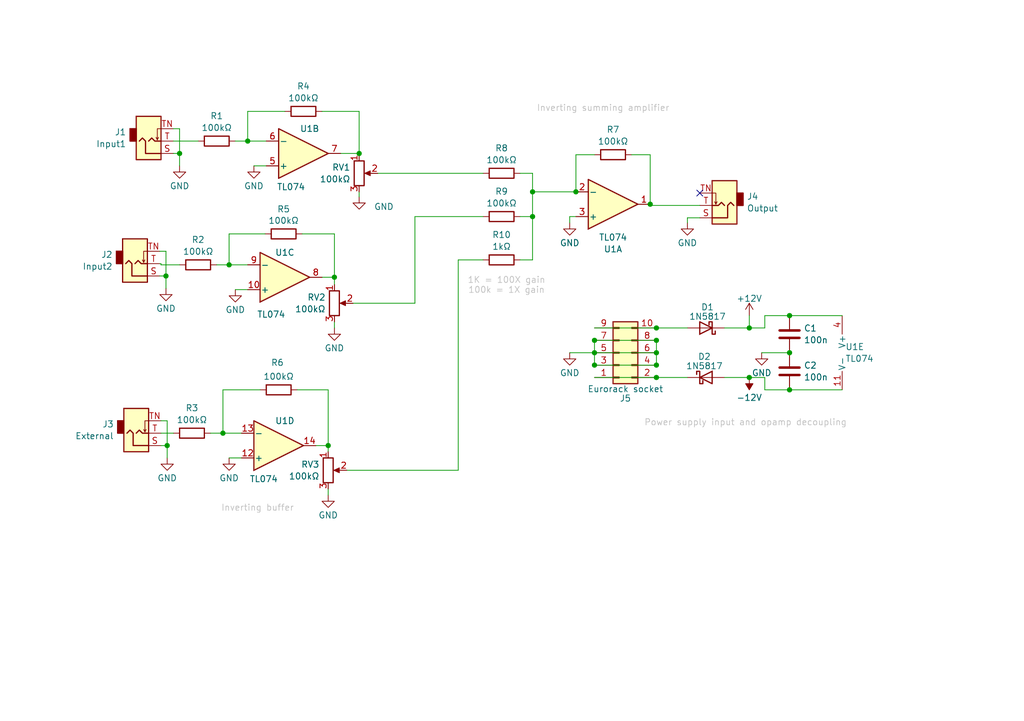
<source format=kicad_sch>
(kicad_sch
	(version 20231120)
	(generator "eeschema")
	(generator_version "8.0")
	(uuid "4525c15f-808e-4e36-ad37-aac1b11607b8")
	(paper "A5")
	(lib_symbols
		(symbol "Amplifier_Operational:TL074"
			(pin_names
				(offset 0.127)
			)
			(exclude_from_sim no)
			(in_bom yes)
			(on_board yes)
			(property "Reference" "U"
				(at 0 5.08 0)
				(effects
					(font
						(size 1.27 1.27)
					)
					(justify left)
				)
			)
			(property "Value" "TL074"
				(at 0 -5.08 0)
				(effects
					(font
						(size 1.27 1.27)
					)
					(justify left)
				)
			)
			(property "Footprint" ""
				(at -1.27 2.54 0)
				(effects
					(font
						(size 1.27 1.27)
					)
					(hide yes)
				)
			)
			(property "Datasheet" "http://www.ti.com/lit/ds/symlink/tl071.pdf"
				(at 1.27 5.08 0)
				(effects
					(font
						(size 1.27 1.27)
					)
					(hide yes)
				)
			)
			(property "Description" "Quad Low-Noise JFET-Input Operational Amplifiers, DIP-14/SOIC-14"
				(at 0 0 0)
				(effects
					(font
						(size 1.27 1.27)
					)
					(hide yes)
				)
			)
			(property "ki_locked" ""
				(at 0 0 0)
				(effects
					(font
						(size 1.27 1.27)
					)
				)
			)
			(property "ki_keywords" "quad opamp"
				(at 0 0 0)
				(effects
					(font
						(size 1.27 1.27)
					)
					(hide yes)
				)
			)
			(property "ki_fp_filters" "SOIC*3.9x8.7mm*P1.27mm* DIP*W7.62mm* TSSOP*4.4x5mm*P0.65mm* SSOP*5.3x6.2mm*P0.65mm* MSOP*3x3mm*P0.5mm*"
				(at 0 0 0)
				(effects
					(font
						(size 1.27 1.27)
					)
					(hide yes)
				)
			)
			(symbol "TL074_1_1"
				(polyline
					(pts
						(xy -5.08 5.08) (xy 5.08 0) (xy -5.08 -5.08) (xy -5.08 5.08)
					)
					(stroke
						(width 0.254)
						(type default)
					)
					(fill
						(type background)
					)
				)
				(pin output line
					(at 7.62 0 180)
					(length 2.54)
					(name "~"
						(effects
							(font
								(size 1.27 1.27)
							)
						)
					)
					(number "1"
						(effects
							(font
								(size 1.27 1.27)
							)
						)
					)
				)
				(pin input line
					(at -7.62 -2.54 0)
					(length 2.54)
					(name "-"
						(effects
							(font
								(size 1.27 1.27)
							)
						)
					)
					(number "2"
						(effects
							(font
								(size 1.27 1.27)
							)
						)
					)
				)
				(pin input line
					(at -7.62 2.54 0)
					(length 2.54)
					(name "+"
						(effects
							(font
								(size 1.27 1.27)
							)
						)
					)
					(number "3"
						(effects
							(font
								(size 1.27 1.27)
							)
						)
					)
				)
			)
			(symbol "TL074_2_1"
				(polyline
					(pts
						(xy -5.08 5.08) (xy 5.08 0) (xy -5.08 -5.08) (xy -5.08 5.08)
					)
					(stroke
						(width 0.254)
						(type default)
					)
					(fill
						(type background)
					)
				)
				(pin input line
					(at -7.62 2.54 0)
					(length 2.54)
					(name "+"
						(effects
							(font
								(size 1.27 1.27)
							)
						)
					)
					(number "5"
						(effects
							(font
								(size 1.27 1.27)
							)
						)
					)
				)
				(pin input line
					(at -7.62 -2.54 0)
					(length 2.54)
					(name "-"
						(effects
							(font
								(size 1.27 1.27)
							)
						)
					)
					(number "6"
						(effects
							(font
								(size 1.27 1.27)
							)
						)
					)
				)
				(pin output line
					(at 7.62 0 180)
					(length 2.54)
					(name "~"
						(effects
							(font
								(size 1.27 1.27)
							)
						)
					)
					(number "7"
						(effects
							(font
								(size 1.27 1.27)
							)
						)
					)
				)
			)
			(symbol "TL074_3_1"
				(polyline
					(pts
						(xy -5.08 5.08) (xy 5.08 0) (xy -5.08 -5.08) (xy -5.08 5.08)
					)
					(stroke
						(width 0.254)
						(type default)
					)
					(fill
						(type background)
					)
				)
				(pin input line
					(at -7.62 2.54 0)
					(length 2.54)
					(name "+"
						(effects
							(font
								(size 1.27 1.27)
							)
						)
					)
					(number "10"
						(effects
							(font
								(size 1.27 1.27)
							)
						)
					)
				)
				(pin output line
					(at 7.62 0 180)
					(length 2.54)
					(name "~"
						(effects
							(font
								(size 1.27 1.27)
							)
						)
					)
					(number "8"
						(effects
							(font
								(size 1.27 1.27)
							)
						)
					)
				)
				(pin input line
					(at -7.62 -2.54 0)
					(length 2.54)
					(name "-"
						(effects
							(font
								(size 1.27 1.27)
							)
						)
					)
					(number "9"
						(effects
							(font
								(size 1.27 1.27)
							)
						)
					)
				)
			)
			(symbol "TL074_4_1"
				(polyline
					(pts
						(xy -5.08 5.08) (xy 5.08 0) (xy -5.08 -5.08) (xy -5.08 5.08)
					)
					(stroke
						(width 0.254)
						(type default)
					)
					(fill
						(type background)
					)
				)
				(pin input line
					(at -7.62 2.54 0)
					(length 2.54)
					(name "+"
						(effects
							(font
								(size 1.27 1.27)
							)
						)
					)
					(number "12"
						(effects
							(font
								(size 1.27 1.27)
							)
						)
					)
				)
				(pin input line
					(at -7.62 -2.54 0)
					(length 2.54)
					(name "-"
						(effects
							(font
								(size 1.27 1.27)
							)
						)
					)
					(number "13"
						(effects
							(font
								(size 1.27 1.27)
							)
						)
					)
				)
				(pin output line
					(at 7.62 0 180)
					(length 2.54)
					(name "~"
						(effects
							(font
								(size 1.27 1.27)
							)
						)
					)
					(number "14"
						(effects
							(font
								(size 1.27 1.27)
							)
						)
					)
				)
			)
			(symbol "TL074_5_1"
				(pin power_in line
					(at -2.54 -7.62 90)
					(length 3.81)
					(name "V-"
						(effects
							(font
								(size 1.27 1.27)
							)
						)
					)
					(number "11"
						(effects
							(font
								(size 1.27 1.27)
							)
						)
					)
				)
				(pin power_in line
					(at -2.54 7.62 270)
					(length 3.81)
					(name "V+"
						(effects
							(font
								(size 1.27 1.27)
							)
						)
					)
					(number "4"
						(effects
							(font
								(size 1.27 1.27)
							)
						)
					)
				)
			)
		)
		(symbol "Connector_Audio:AudioJack2_SwitchT"
			(exclude_from_sim no)
			(in_bom yes)
			(on_board yes)
			(property "Reference" "J"
				(at 0 8.89 0)
				(effects
					(font
						(size 1.27 1.27)
					)
				)
			)
			(property "Value" "AudioJack2_SwitchT"
				(at 0 6.35 0)
				(effects
					(font
						(size 1.27 1.27)
					)
				)
			)
			(property "Footprint" ""
				(at 0 0 0)
				(effects
					(font
						(size 1.27 1.27)
					)
					(hide yes)
				)
			)
			(property "Datasheet" "~"
				(at 0 0 0)
				(effects
					(font
						(size 1.27 1.27)
					)
					(hide yes)
				)
			)
			(property "Description" "Audio Jack, 2 Poles (Mono / TS), Switched T Pole (Normalling)"
				(at 0 0 0)
				(effects
					(font
						(size 1.27 1.27)
					)
					(hide yes)
				)
			)
			(property "ki_keywords" "audio jack receptacle mono headphones phone TS connector"
				(at 0 0 0)
				(effects
					(font
						(size 1.27 1.27)
					)
					(hide yes)
				)
			)
			(property "ki_fp_filters" "Jack*"
				(at 0 0 0)
				(effects
					(font
						(size 1.27 1.27)
					)
					(hide yes)
				)
			)
			(symbol "AudioJack2_SwitchT_0_1"
				(rectangle
					(start -2.54 0)
					(end -3.81 -2.54)
					(stroke
						(width 0.254)
						(type default)
					)
					(fill
						(type outline)
					)
				)
				(polyline
					(pts
						(xy 1.778 -0.254) (xy 2.032 -0.762)
					)
					(stroke
						(width 0)
						(type default)
					)
					(fill
						(type none)
					)
				)
				(polyline
					(pts
						(xy 0 0) (xy 0.635 -0.635) (xy 1.27 0) (xy 2.54 0)
					)
					(stroke
						(width 0.254)
						(type default)
					)
					(fill
						(type none)
					)
				)
				(polyline
					(pts
						(xy 2.54 -2.54) (xy 1.778 -2.54) (xy 1.778 -0.254) (xy 1.524 -0.762)
					)
					(stroke
						(width 0)
						(type default)
					)
					(fill
						(type none)
					)
				)
				(polyline
					(pts
						(xy 2.54 2.54) (xy -0.635 2.54) (xy -0.635 0) (xy -1.27 -0.635) (xy -1.905 0)
					)
					(stroke
						(width 0.254)
						(type default)
					)
					(fill
						(type none)
					)
				)
				(rectangle
					(start 2.54 3.81)
					(end -2.54 -5.08)
					(stroke
						(width 0.254)
						(type default)
					)
					(fill
						(type background)
					)
				)
			)
			(symbol "AudioJack2_SwitchT_1_1"
				(pin passive line
					(at 5.08 2.54 180)
					(length 2.54)
					(name "~"
						(effects
							(font
								(size 1.27 1.27)
							)
						)
					)
					(number "S"
						(effects
							(font
								(size 1.27 1.27)
							)
						)
					)
				)
				(pin passive line
					(at 5.08 0 180)
					(length 2.54)
					(name "~"
						(effects
							(font
								(size 1.27 1.27)
							)
						)
					)
					(number "T"
						(effects
							(font
								(size 1.27 1.27)
							)
						)
					)
				)
				(pin passive line
					(at 5.08 -2.54 180)
					(length 2.54)
					(name "~"
						(effects
							(font
								(size 1.27 1.27)
							)
						)
					)
					(number "TN"
						(effects
							(font
								(size 1.27 1.27)
							)
						)
					)
				)
			)
		)
		(symbol "Connector_Generic:Conn_02x05_Odd_Even"
			(pin_names
				(offset 1.016) hide)
			(exclude_from_sim no)
			(in_bom yes)
			(on_board yes)
			(property "Reference" "J"
				(at 1.27 7.62 0)
				(effects
					(font
						(size 1.27 1.27)
					)
				)
			)
			(property "Value" "Conn_02x05_Odd_Even"
				(at 1.27 -7.62 0)
				(effects
					(font
						(size 1.27 1.27)
					)
				)
			)
			(property "Footprint" ""
				(at 0 0 0)
				(effects
					(font
						(size 1.27 1.27)
					)
					(hide yes)
				)
			)
			(property "Datasheet" "~"
				(at 0 0 0)
				(effects
					(font
						(size 1.27 1.27)
					)
					(hide yes)
				)
			)
			(property "Description" "Generic connector, double row, 02x05, odd/even pin numbering scheme (row 1 odd numbers, row 2 even numbers), script generated (kicad-library-utils/schlib/autogen/connector/)"
				(at 0 0 0)
				(effects
					(font
						(size 1.27 1.27)
					)
					(hide yes)
				)
			)
			(property "ki_keywords" "connector"
				(at 0 0 0)
				(effects
					(font
						(size 1.27 1.27)
					)
					(hide yes)
				)
			)
			(property "ki_fp_filters" "Connector*:*_2x??_*"
				(at 0 0 0)
				(effects
					(font
						(size 1.27 1.27)
					)
					(hide yes)
				)
			)
			(symbol "Conn_02x05_Odd_Even_1_1"
				(rectangle
					(start -1.27 -4.953)
					(end 0 -5.207)
					(stroke
						(width 0.1524)
						(type default)
					)
					(fill
						(type none)
					)
				)
				(rectangle
					(start -1.27 -2.413)
					(end 0 -2.667)
					(stroke
						(width 0.1524)
						(type default)
					)
					(fill
						(type none)
					)
				)
				(rectangle
					(start -1.27 0.127)
					(end 0 -0.127)
					(stroke
						(width 0.1524)
						(type default)
					)
					(fill
						(type none)
					)
				)
				(rectangle
					(start -1.27 2.667)
					(end 0 2.413)
					(stroke
						(width 0.1524)
						(type default)
					)
					(fill
						(type none)
					)
				)
				(rectangle
					(start -1.27 5.207)
					(end 0 4.953)
					(stroke
						(width 0.1524)
						(type default)
					)
					(fill
						(type none)
					)
				)
				(rectangle
					(start -1.27 6.35)
					(end 3.81 -6.35)
					(stroke
						(width 0.254)
						(type default)
					)
					(fill
						(type background)
					)
				)
				(rectangle
					(start 3.81 -4.953)
					(end 2.54 -5.207)
					(stroke
						(width 0.1524)
						(type default)
					)
					(fill
						(type none)
					)
				)
				(rectangle
					(start 3.81 -2.413)
					(end 2.54 -2.667)
					(stroke
						(width 0.1524)
						(type default)
					)
					(fill
						(type none)
					)
				)
				(rectangle
					(start 3.81 0.127)
					(end 2.54 -0.127)
					(stroke
						(width 0.1524)
						(type default)
					)
					(fill
						(type none)
					)
				)
				(rectangle
					(start 3.81 2.667)
					(end 2.54 2.413)
					(stroke
						(width 0.1524)
						(type default)
					)
					(fill
						(type none)
					)
				)
				(rectangle
					(start 3.81 5.207)
					(end 2.54 4.953)
					(stroke
						(width 0.1524)
						(type default)
					)
					(fill
						(type none)
					)
				)
				(pin passive line
					(at -5.08 5.08 0)
					(length 3.81)
					(name "Pin_1"
						(effects
							(font
								(size 1.27 1.27)
							)
						)
					)
					(number "1"
						(effects
							(font
								(size 1.27 1.27)
							)
						)
					)
				)
				(pin passive line
					(at 7.62 -5.08 180)
					(length 3.81)
					(name "Pin_10"
						(effects
							(font
								(size 1.27 1.27)
							)
						)
					)
					(number "10"
						(effects
							(font
								(size 1.27 1.27)
							)
						)
					)
				)
				(pin passive line
					(at 7.62 5.08 180)
					(length 3.81)
					(name "Pin_2"
						(effects
							(font
								(size 1.27 1.27)
							)
						)
					)
					(number "2"
						(effects
							(font
								(size 1.27 1.27)
							)
						)
					)
				)
				(pin passive line
					(at -5.08 2.54 0)
					(length 3.81)
					(name "Pin_3"
						(effects
							(font
								(size 1.27 1.27)
							)
						)
					)
					(number "3"
						(effects
							(font
								(size 1.27 1.27)
							)
						)
					)
				)
				(pin passive line
					(at 7.62 2.54 180)
					(length 3.81)
					(name "Pin_4"
						(effects
							(font
								(size 1.27 1.27)
							)
						)
					)
					(number "4"
						(effects
							(font
								(size 1.27 1.27)
							)
						)
					)
				)
				(pin passive line
					(at -5.08 0 0)
					(length 3.81)
					(name "Pin_5"
						(effects
							(font
								(size 1.27 1.27)
							)
						)
					)
					(number "5"
						(effects
							(font
								(size 1.27 1.27)
							)
						)
					)
				)
				(pin passive line
					(at 7.62 0 180)
					(length 3.81)
					(name "Pin_6"
						(effects
							(font
								(size 1.27 1.27)
							)
						)
					)
					(number "6"
						(effects
							(font
								(size 1.27 1.27)
							)
						)
					)
				)
				(pin passive line
					(at -5.08 -2.54 0)
					(length 3.81)
					(name "Pin_7"
						(effects
							(font
								(size 1.27 1.27)
							)
						)
					)
					(number "7"
						(effects
							(font
								(size 1.27 1.27)
							)
						)
					)
				)
				(pin passive line
					(at 7.62 -2.54 180)
					(length 3.81)
					(name "Pin_8"
						(effects
							(font
								(size 1.27 1.27)
							)
						)
					)
					(number "8"
						(effects
							(font
								(size 1.27 1.27)
							)
						)
					)
				)
				(pin passive line
					(at -5.08 -5.08 0)
					(length 3.81)
					(name "Pin_9"
						(effects
							(font
								(size 1.27 1.27)
							)
						)
					)
					(number "9"
						(effects
							(font
								(size 1.27 1.27)
							)
						)
					)
				)
			)
		)
		(symbol "Device:C"
			(pin_numbers hide)
			(pin_names
				(offset 0.254)
			)
			(exclude_from_sim no)
			(in_bom yes)
			(on_board yes)
			(property "Reference" "C"
				(at 0.635 2.54 0)
				(effects
					(font
						(size 1.27 1.27)
					)
					(justify left)
				)
			)
			(property "Value" "C"
				(at 0.635 -2.54 0)
				(effects
					(font
						(size 1.27 1.27)
					)
					(justify left)
				)
			)
			(property "Footprint" ""
				(at 0.9652 -3.81 0)
				(effects
					(font
						(size 1.27 1.27)
					)
					(hide yes)
				)
			)
			(property "Datasheet" "~"
				(at 0 0 0)
				(effects
					(font
						(size 1.27 1.27)
					)
					(hide yes)
				)
			)
			(property "Description" "Unpolarized capacitor"
				(at 0 0 0)
				(effects
					(font
						(size 1.27 1.27)
					)
					(hide yes)
				)
			)
			(property "ki_keywords" "cap capacitor"
				(at 0 0 0)
				(effects
					(font
						(size 1.27 1.27)
					)
					(hide yes)
				)
			)
			(property "ki_fp_filters" "C_*"
				(at 0 0 0)
				(effects
					(font
						(size 1.27 1.27)
					)
					(hide yes)
				)
			)
			(symbol "C_0_1"
				(polyline
					(pts
						(xy -2.032 -0.762) (xy 2.032 -0.762)
					)
					(stroke
						(width 0.508)
						(type default)
					)
					(fill
						(type none)
					)
				)
				(polyline
					(pts
						(xy -2.032 0.762) (xy 2.032 0.762)
					)
					(stroke
						(width 0.508)
						(type default)
					)
					(fill
						(type none)
					)
				)
			)
			(symbol "C_1_1"
				(pin passive line
					(at 0 3.81 270)
					(length 2.794)
					(name "~"
						(effects
							(font
								(size 1.27 1.27)
							)
						)
					)
					(number "1"
						(effects
							(font
								(size 1.27 1.27)
							)
						)
					)
				)
				(pin passive line
					(at 0 -3.81 90)
					(length 2.794)
					(name "~"
						(effects
							(font
								(size 1.27 1.27)
							)
						)
					)
					(number "2"
						(effects
							(font
								(size 1.27 1.27)
							)
						)
					)
				)
			)
		)
		(symbol "Device:D_Schottky"
			(pin_numbers hide)
			(pin_names
				(offset 1.016) hide)
			(exclude_from_sim no)
			(in_bom yes)
			(on_board yes)
			(property "Reference" "D"
				(at 0 2.54 0)
				(effects
					(font
						(size 1.27 1.27)
					)
				)
			)
			(property "Value" "D_Schottky"
				(at 0 -2.54 0)
				(effects
					(font
						(size 1.27 1.27)
					)
				)
			)
			(property "Footprint" ""
				(at 0 0 0)
				(effects
					(font
						(size 1.27 1.27)
					)
					(hide yes)
				)
			)
			(property "Datasheet" "~"
				(at 0 0 0)
				(effects
					(font
						(size 1.27 1.27)
					)
					(hide yes)
				)
			)
			(property "Description" "Schottky diode"
				(at 0 0 0)
				(effects
					(font
						(size 1.27 1.27)
					)
					(hide yes)
				)
			)
			(property "ki_keywords" "diode Schottky"
				(at 0 0 0)
				(effects
					(font
						(size 1.27 1.27)
					)
					(hide yes)
				)
			)
			(property "ki_fp_filters" "TO-???* *_Diode_* *SingleDiode* D_*"
				(at 0 0 0)
				(effects
					(font
						(size 1.27 1.27)
					)
					(hide yes)
				)
			)
			(symbol "D_Schottky_0_1"
				(polyline
					(pts
						(xy 1.27 0) (xy -1.27 0)
					)
					(stroke
						(width 0)
						(type default)
					)
					(fill
						(type none)
					)
				)
				(polyline
					(pts
						(xy 1.27 1.27) (xy 1.27 -1.27) (xy -1.27 0) (xy 1.27 1.27)
					)
					(stroke
						(width 0.254)
						(type default)
					)
					(fill
						(type none)
					)
				)
				(polyline
					(pts
						(xy -1.905 0.635) (xy -1.905 1.27) (xy -1.27 1.27) (xy -1.27 -1.27) (xy -0.635 -1.27) (xy -0.635 -0.635)
					)
					(stroke
						(width 0.254)
						(type default)
					)
					(fill
						(type none)
					)
				)
			)
			(symbol "D_Schottky_1_1"
				(pin passive line
					(at -3.81 0 0)
					(length 2.54)
					(name "K"
						(effects
							(font
								(size 1.27 1.27)
							)
						)
					)
					(number "1"
						(effects
							(font
								(size 1.27 1.27)
							)
						)
					)
				)
				(pin passive line
					(at 3.81 0 180)
					(length 2.54)
					(name "A"
						(effects
							(font
								(size 1.27 1.27)
							)
						)
					)
					(number "2"
						(effects
							(font
								(size 1.27 1.27)
							)
						)
					)
				)
			)
		)
		(symbol "Device:R"
			(pin_numbers hide)
			(pin_names
				(offset 0)
			)
			(exclude_from_sim no)
			(in_bom yes)
			(on_board yes)
			(property "Reference" "R"
				(at 2.032 0 90)
				(effects
					(font
						(size 1.27 1.27)
					)
				)
			)
			(property "Value" "R"
				(at 0 0 90)
				(effects
					(font
						(size 1.27 1.27)
					)
				)
			)
			(property "Footprint" ""
				(at -1.778 0 90)
				(effects
					(font
						(size 1.27 1.27)
					)
					(hide yes)
				)
			)
			(property "Datasheet" "~"
				(at 0 0 0)
				(effects
					(font
						(size 1.27 1.27)
					)
					(hide yes)
				)
			)
			(property "Description" "Resistor"
				(at 0 0 0)
				(effects
					(font
						(size 1.27 1.27)
					)
					(hide yes)
				)
			)
			(property "ki_keywords" "R res resistor"
				(at 0 0 0)
				(effects
					(font
						(size 1.27 1.27)
					)
					(hide yes)
				)
			)
			(property "ki_fp_filters" "R_*"
				(at 0 0 0)
				(effects
					(font
						(size 1.27 1.27)
					)
					(hide yes)
				)
			)
			(symbol "R_0_1"
				(rectangle
					(start -1.016 -2.54)
					(end 1.016 2.54)
					(stroke
						(width 0.254)
						(type default)
					)
					(fill
						(type none)
					)
				)
			)
			(symbol "R_1_1"
				(pin passive line
					(at 0 3.81 270)
					(length 1.27)
					(name "~"
						(effects
							(font
								(size 1.27 1.27)
							)
						)
					)
					(number "1"
						(effects
							(font
								(size 1.27 1.27)
							)
						)
					)
				)
				(pin passive line
					(at 0 -3.81 90)
					(length 1.27)
					(name "~"
						(effects
							(font
								(size 1.27 1.27)
							)
						)
					)
					(number "2"
						(effects
							(font
								(size 1.27 1.27)
							)
						)
					)
				)
			)
		)
		(symbol "Device:R_Potentiometer"
			(pin_names
				(offset 1.016) hide)
			(exclude_from_sim no)
			(in_bom yes)
			(on_board yes)
			(property "Reference" "RV"
				(at -4.445 0 90)
				(effects
					(font
						(size 1.27 1.27)
					)
				)
			)
			(property "Value" "R_Potentiometer"
				(at -2.54 0 90)
				(effects
					(font
						(size 1.27 1.27)
					)
				)
			)
			(property "Footprint" ""
				(at 0 0 0)
				(effects
					(font
						(size 1.27 1.27)
					)
					(hide yes)
				)
			)
			(property "Datasheet" "~"
				(at 0 0 0)
				(effects
					(font
						(size 1.27 1.27)
					)
					(hide yes)
				)
			)
			(property "Description" "Potentiometer"
				(at 0 0 0)
				(effects
					(font
						(size 1.27 1.27)
					)
					(hide yes)
				)
			)
			(property "ki_keywords" "resistor variable"
				(at 0 0 0)
				(effects
					(font
						(size 1.27 1.27)
					)
					(hide yes)
				)
			)
			(property "ki_fp_filters" "Potentiometer*"
				(at 0 0 0)
				(effects
					(font
						(size 1.27 1.27)
					)
					(hide yes)
				)
			)
			(symbol "R_Potentiometer_0_1"
				(polyline
					(pts
						(xy 2.54 0) (xy 1.524 0)
					)
					(stroke
						(width 0)
						(type default)
					)
					(fill
						(type none)
					)
				)
				(polyline
					(pts
						(xy 1.143 0) (xy 2.286 0.508) (xy 2.286 -0.508) (xy 1.143 0)
					)
					(stroke
						(width 0)
						(type default)
					)
					(fill
						(type outline)
					)
				)
				(rectangle
					(start 1.016 2.54)
					(end -1.016 -2.54)
					(stroke
						(width 0.254)
						(type default)
					)
					(fill
						(type none)
					)
				)
			)
			(symbol "R_Potentiometer_1_1"
				(pin passive line
					(at 0 3.81 270)
					(length 1.27)
					(name "1"
						(effects
							(font
								(size 1.27 1.27)
							)
						)
					)
					(number "1"
						(effects
							(font
								(size 1.27 1.27)
							)
						)
					)
				)
				(pin passive line
					(at 3.81 0 180)
					(length 1.27)
					(name "2"
						(effects
							(font
								(size 1.27 1.27)
							)
						)
					)
					(number "2"
						(effects
							(font
								(size 1.27 1.27)
							)
						)
					)
				)
				(pin passive line
					(at 0 -3.81 90)
					(length 1.27)
					(name "3"
						(effects
							(font
								(size 1.27 1.27)
							)
						)
					)
					(number "3"
						(effects
							(font
								(size 1.27 1.27)
							)
						)
					)
				)
			)
		)
		(symbol "power:+12V"
			(power)
			(pin_names
				(offset 0)
			)
			(exclude_from_sim no)
			(in_bom yes)
			(on_board yes)
			(property "Reference" "#PWR"
				(at 0 -3.81 0)
				(effects
					(font
						(size 1.27 1.27)
					)
					(hide yes)
				)
			)
			(property "Value" "+12V"
				(at 0 3.556 0)
				(effects
					(font
						(size 1.27 1.27)
					)
				)
			)
			(property "Footprint" ""
				(at 0 0 0)
				(effects
					(font
						(size 1.27 1.27)
					)
					(hide yes)
				)
			)
			(property "Datasheet" ""
				(at 0 0 0)
				(effects
					(font
						(size 1.27 1.27)
					)
					(hide yes)
				)
			)
			(property "Description" "Power symbol creates a global label with name \"+12V\""
				(at 0 0 0)
				(effects
					(font
						(size 1.27 1.27)
					)
					(hide yes)
				)
			)
			(property "ki_keywords" "global power"
				(at 0 0 0)
				(effects
					(font
						(size 1.27 1.27)
					)
					(hide yes)
				)
			)
			(symbol "+12V_0_1"
				(polyline
					(pts
						(xy -0.762 1.27) (xy 0 2.54)
					)
					(stroke
						(width 0)
						(type default)
					)
					(fill
						(type none)
					)
				)
				(polyline
					(pts
						(xy 0 0) (xy 0 2.54)
					)
					(stroke
						(width 0)
						(type default)
					)
					(fill
						(type none)
					)
				)
				(polyline
					(pts
						(xy 0 2.54) (xy 0.762 1.27)
					)
					(stroke
						(width 0)
						(type default)
					)
					(fill
						(type none)
					)
				)
			)
			(symbol "+12V_1_1"
				(pin power_in line
					(at 0 0 90)
					(length 0) hide
					(name "+12V"
						(effects
							(font
								(size 1.27 1.27)
							)
						)
					)
					(number "1"
						(effects
							(font
								(size 1.27 1.27)
							)
						)
					)
				)
			)
		)
		(symbol "power:-12V"
			(power)
			(pin_names
				(offset 0)
			)
			(exclude_from_sim no)
			(in_bom yes)
			(on_board yes)
			(property "Reference" "#PWR"
				(at 0 2.54 0)
				(effects
					(font
						(size 1.27 1.27)
					)
					(hide yes)
				)
			)
			(property "Value" "-12V"
				(at 0 3.81 0)
				(effects
					(font
						(size 1.27 1.27)
					)
				)
			)
			(property "Footprint" ""
				(at 0 0 0)
				(effects
					(font
						(size 1.27 1.27)
					)
					(hide yes)
				)
			)
			(property "Datasheet" ""
				(at 0 0 0)
				(effects
					(font
						(size 1.27 1.27)
					)
					(hide yes)
				)
			)
			(property "Description" "Power symbol creates a global label with name \"-12V\""
				(at 0 0 0)
				(effects
					(font
						(size 1.27 1.27)
					)
					(hide yes)
				)
			)
			(property "ki_keywords" "global power"
				(at 0 0 0)
				(effects
					(font
						(size 1.27 1.27)
					)
					(hide yes)
				)
			)
			(symbol "-12V_0_0"
				(pin power_in line
					(at 0 0 90)
					(length 0) hide
					(name "-12V"
						(effects
							(font
								(size 1.27 1.27)
							)
						)
					)
					(number "1"
						(effects
							(font
								(size 1.27 1.27)
							)
						)
					)
				)
			)
			(symbol "-12V_0_1"
				(polyline
					(pts
						(xy 0 0) (xy 0 1.27) (xy 0.762 1.27) (xy 0 2.54) (xy -0.762 1.27) (xy 0 1.27)
					)
					(stroke
						(width 0)
						(type default)
					)
					(fill
						(type outline)
					)
				)
			)
		)
		(symbol "power:GND"
			(power)
			(pin_names
				(offset 0)
			)
			(exclude_from_sim no)
			(in_bom yes)
			(on_board yes)
			(property "Reference" "#PWR"
				(at 0 -6.35 0)
				(effects
					(font
						(size 1.27 1.27)
					)
					(hide yes)
				)
			)
			(property "Value" "GND"
				(at 0 -3.81 0)
				(effects
					(font
						(size 1.27 1.27)
					)
				)
			)
			(property "Footprint" ""
				(at 0 0 0)
				(effects
					(font
						(size 1.27 1.27)
					)
					(hide yes)
				)
			)
			(property "Datasheet" ""
				(at 0 0 0)
				(effects
					(font
						(size 1.27 1.27)
					)
					(hide yes)
				)
			)
			(property "Description" "Power symbol creates a global label with name \"GND\" , ground"
				(at 0 0 0)
				(effects
					(font
						(size 1.27 1.27)
					)
					(hide yes)
				)
			)
			(property "ki_keywords" "global power"
				(at 0 0 0)
				(effects
					(font
						(size 1.27 1.27)
					)
					(hide yes)
				)
			)
			(symbol "GND_0_1"
				(polyline
					(pts
						(xy 0 0) (xy 0 -1.27) (xy 1.27 -1.27) (xy 0 -2.54) (xy -1.27 -1.27) (xy 0 -1.27)
					)
					(stroke
						(width 0)
						(type default)
					)
					(fill
						(type none)
					)
				)
			)
			(symbol "GND_1_1"
				(pin power_in line
					(at 0 0 270)
					(length 0) hide
					(name "GND"
						(effects
							(font
								(size 1.27 1.27)
							)
						)
					)
					(number "1"
						(effects
							(font
								(size 1.27 1.27)
							)
						)
					)
				)
			)
		)
	)
	(junction
		(at 161.925 72.39)
		(diameter 0)
		(color 0 0 0 0)
		(uuid "17ae1e4b-d17b-4da8-95d6-040315daacc7")
	)
	(junction
		(at 109.22 44.45)
		(diameter 0)
		(color 0 0 0 0)
		(uuid "1aa739b6-6d60-4193-bbbd-064e2062b05c")
	)
	(junction
		(at 36.83 31.496)
		(diameter 0)
		(color 0 0 0 0)
		(uuid "23fd582f-0553-4ab3-9812-961d071e0bfb")
	)
	(junction
		(at 161.925 64.77)
		(diameter 0)
		(color 0 0 0 0)
		(uuid "2b5e70c3-b8df-4011-90ec-78f2e0b5fa83")
	)
	(junction
		(at 118.11 39.37)
		(diameter 0)
		(color 0 0 0 0)
		(uuid "2fdc4ad5-e955-4a50-80c7-69cd6d957f79")
	)
	(junction
		(at 121.92 69.85)
		(diameter 0)
		(color 0 0 0 0)
		(uuid "3425ff79-ff28-475a-928b-37b97f5a0183")
	)
	(junction
		(at 121.92 74.93)
		(diameter 0)
		(color 0 0 0 0)
		(uuid "3a544f0d-eca2-49d6-8e7b-24fe884180c9")
	)
	(junction
		(at 46.99 54.356)
		(diameter 0)
		(color 0 0 0 0)
		(uuid "3ffd25da-3e61-483a-8eb8-4828e1014230")
	)
	(junction
		(at 34.036 56.642)
		(diameter 0)
		(color 0 0 0 0)
		(uuid "4b5c23ea-daad-4a06-bf9a-641a3c616a77")
	)
	(junction
		(at 68.58 56.896)
		(diameter 0)
		(color 0 0 0 0)
		(uuid "5117c98e-590a-4dc3-aa61-37d710c161b7")
	)
	(junction
		(at 67.31 91.44)
		(diameter 0)
		(color 0 0 0 0)
		(uuid "52786043-ea8d-43eb-98ea-466d8fcfd339")
	)
	(junction
		(at 153.67 67.31)
		(diameter 0)
		(color 0 0 0 0)
		(uuid "5f469560-432f-4a3d-964f-36aee41476aa")
	)
	(junction
		(at 161.925 80.01)
		(diameter 0)
		(color 0 0 0 0)
		(uuid "88ceacf1-c73c-4003-9361-94fefd2417d1")
	)
	(junction
		(at 134.62 74.93)
		(diameter 0)
		(color 0 0 0 0)
		(uuid "89cfece2-97c1-4bff-aec1-2a2a8887f755")
	)
	(junction
		(at 45.72 88.9)
		(diameter 0)
		(color 0 0 0 0)
		(uuid "9893ec9e-4127-47c5-a77f-7b025b8129bb")
	)
	(junction
		(at 109.22 39.37)
		(diameter 0)
		(color 0 0 0 0)
		(uuid "9a9bd3e7-dffc-47d4-9f5d-e8c16f4eee62")
	)
	(junction
		(at 134.62 67.31)
		(diameter 0)
		(color 0 0 0 0)
		(uuid "aea33bc1-21b0-463d-8029-f7aa9cbc9842")
	)
	(junction
		(at 153.67 77.47)
		(diameter 0)
		(color 0 0 0 0)
		(uuid "b532e66f-c3e3-4e26-951a-1c9e57b2834c")
	)
	(junction
		(at 34.29 91.44)
		(diameter 0)
		(color 0 0 0 0)
		(uuid "b55cfc78-b42f-414b-9c77-5e972af91d8f")
	)
	(junction
		(at 133.35 41.91)
		(diameter 0)
		(color 0 0 0 0)
		(uuid "bb4bfe27-37cf-4da7-88c3-1429c126df67")
	)
	(junction
		(at 134.62 72.39)
		(diameter 0)
		(color 0 0 0 0)
		(uuid "c036ba21-41a1-4289-bacd-c21492204f77")
	)
	(junction
		(at 121.92 72.39)
		(diameter 0)
		(color 0 0 0 0)
		(uuid "c1f0b45f-4e8f-4351-8d05-c2ed4952cfe7")
	)
	(junction
		(at 73.66 31.496)
		(diameter 0)
		(color 0 0 0 0)
		(uuid "c603ed8a-bffd-446b-812e-6f568ff9875f")
	)
	(junction
		(at 134.62 69.85)
		(diameter 0)
		(color 0 0 0 0)
		(uuid "e395373d-1a89-483c-bac1-20044327a2b9")
	)
	(junction
		(at 50.8 28.956)
		(diameter 0)
		(color 0 0 0 0)
		(uuid "ef85698f-ec1e-4f95-a8de-33f9ccfeecb1")
	)
	(junction
		(at 134.62 77.47)
		(diameter 0)
		(color 0 0 0 0)
		(uuid "f8d34036-7858-4527-bc5f-b4ff79929188")
	)
	(no_connect
		(at 143.51 39.624)
		(uuid "5273d87b-3352-488e-a1c3-56d72cca5719")
	)
	(wire
		(pts
			(xy 133.35 41.91) (xy 133.35 42.164)
		)
		(stroke
			(width 0)
			(type default)
		)
		(uuid "0a045c8c-af10-4374-8e75-e27c7379a6a6")
	)
	(wire
		(pts
			(xy 48.26 28.956) (xy 50.8 28.956)
		)
		(stroke
			(width 0)
			(type default)
		)
		(uuid "0ae50009-f922-497c-aced-d2fbd96b0f71")
	)
	(wire
		(pts
			(xy 121.92 72.39) (xy 121.92 74.93)
		)
		(stroke
			(width 0)
			(type default)
		)
		(uuid "0b7233d9-c2df-4197-8ba8-948cab90e1c5")
	)
	(wire
		(pts
			(xy 121.92 74.93) (xy 134.62 74.93)
		)
		(stroke
			(width 0)
			(type default)
		)
		(uuid "1348a677-a90a-4807-9a0b-e63c5e78adf4")
	)
	(wire
		(pts
			(xy 68.58 56.896) (xy 66.04 56.896)
		)
		(stroke
			(width 0)
			(type default)
		)
		(uuid "183ea0d1-5468-4e56-ba33-8ca88e30a240")
	)
	(wire
		(pts
			(xy 156.845 67.31) (xy 156.845 64.77)
		)
		(stroke
			(width 0)
			(type default)
		)
		(uuid "1e60b73d-ab67-46e5-ab47-f03de0f9a2b4")
	)
	(wire
		(pts
			(xy 116.84 72.39) (xy 121.92 72.39)
		)
		(stroke
			(width 0)
			(type default)
		)
		(uuid "1e90c108-aca5-4f5d-8ba7-1e78214298b5")
	)
	(wire
		(pts
			(xy 77.47 35.56) (xy 99.06 35.56)
		)
		(stroke
			(width 0)
			(type default)
		)
		(uuid "21269fc4-d7fd-44a1-99ab-6b89676f9d7f")
	)
	(wire
		(pts
			(xy 121.92 67.31) (xy 134.62 67.31)
		)
		(stroke
			(width 0)
			(type default)
		)
		(uuid "22e501fb-1637-402b-9e8c-ce1bbdf88d80")
	)
	(wire
		(pts
			(xy 46.99 48.006) (xy 54.356 48.006)
		)
		(stroke
			(width 0)
			(type default)
		)
		(uuid "253cfbe6-4140-49f3-a0ad-565b3b8064ad")
	)
	(wire
		(pts
			(xy 118.11 39.37) (xy 109.22 39.37)
		)
		(stroke
			(width 0)
			(type default)
		)
		(uuid "2a2c4654-9f26-4c0a-992a-ddc57d0392bd")
	)
	(wire
		(pts
			(xy 133.35 31.75) (xy 133.35 41.91)
		)
		(stroke
			(width 0)
			(type default)
		)
		(uuid "2ce961c3-dad2-4054-8e47-c6ee0a3a0434")
	)
	(wire
		(pts
			(xy 73.66 31.75) (xy 73.66 31.496)
		)
		(stroke
			(width 0)
			(type default)
		)
		(uuid "2ffb17da-fbcf-4edd-876b-acf7f7404ed4")
	)
	(wire
		(pts
			(xy 60.96 80.01) (xy 67.31 80.01)
		)
		(stroke
			(width 0)
			(type default)
		)
		(uuid "3027af5c-fe7f-49e3-b637-2f86b799e48c")
	)
	(wire
		(pts
			(xy 85.09 62.23) (xy 72.39 62.23)
		)
		(stroke
			(width 0)
			(type default)
		)
		(uuid "388a845e-8cee-44fa-b5b5-24a9e66467e8")
	)
	(wire
		(pts
			(xy 68.58 66.04) (xy 68.58 67.31)
		)
		(stroke
			(width 0)
			(type default)
		)
		(uuid "3a0b2cd8-152b-4105-909e-9cdf0fbdae38")
	)
	(wire
		(pts
			(xy 61.976 48.006) (xy 68.58 48.006)
		)
		(stroke
			(width 0)
			(type default)
		)
		(uuid "3b4873c8-35cd-4d7f-a43d-86f40afa61e9")
	)
	(wire
		(pts
			(xy 32.766 54.102) (xy 33.02 54.102)
		)
		(stroke
			(width 0)
			(type default)
		)
		(uuid "3cfcd35a-9bda-4dbc-9495-a935f61d04f6")
	)
	(wire
		(pts
			(xy 93.98 96.52) (xy 71.12 96.52)
		)
		(stroke
			(width 0)
			(type default)
		)
		(uuid "3d3238c9-4d00-48b5-818e-d1f7f994a4ae")
	)
	(wire
		(pts
			(xy 50.8 22.86) (xy 50.8 28.956)
		)
		(stroke
			(width 0)
			(type default)
		)
		(uuid "40127790-3828-4d14-ab0b-be3edd174351")
	)
	(wire
		(pts
			(xy 161.925 80.01) (xy 156.845 80.01)
		)
		(stroke
			(width 0)
			(type default)
		)
		(uuid "42ef7a6a-5ae3-4ddb-acf7-6c44579925cf")
	)
	(wire
		(pts
			(xy 36.83 31.496) (xy 36.83 34.036)
		)
		(stroke
			(width 0)
			(type default)
		)
		(uuid "47055b1f-929c-496a-a4f7-6261e98dbd4a")
	)
	(wire
		(pts
			(xy 45.72 88.9) (xy 49.53 88.9)
		)
		(stroke
			(width 0)
			(type default)
		)
		(uuid "4ce793e9-d297-4938-bad3-5546cbe2835a")
	)
	(wire
		(pts
			(xy 33.02 54.356) (xy 36.83 54.356)
		)
		(stroke
			(width 0)
			(type default)
		)
		(uuid "4e4390ea-10a1-41d8-a2c4-83ecacf1784b")
	)
	(wire
		(pts
			(xy 46.99 48.006) (xy 46.99 54.356)
		)
		(stroke
			(width 0)
			(type default)
		)
		(uuid "55cf62d1-feae-4d7b-8609-f1d6de23de91")
	)
	(wire
		(pts
			(xy 129.54 31.75) (xy 133.35 31.75)
		)
		(stroke
			(width 0)
			(type default)
		)
		(uuid "564eebec-198d-4121-b8e7-5b937566e902")
	)
	(wire
		(pts
			(xy 109.22 44.45) (xy 109.22 53.34)
		)
		(stroke
			(width 0)
			(type default)
		)
		(uuid "56c469bc-685c-4314-9d46-34d874e21ce0")
	)
	(wire
		(pts
			(xy 93.98 53.34) (xy 93.98 96.52)
		)
		(stroke
			(width 0)
			(type default)
		)
		(uuid "573f7391-cef4-4ddd-ae39-1a39583df86b")
	)
	(wire
		(pts
			(xy 73.66 39.37) (xy 73.66 40.386)
		)
		(stroke
			(width 0)
			(type default)
		)
		(uuid "58ee46a8-231a-47d9-a542-ad930c7ca84a")
	)
	(wire
		(pts
			(xy 35.56 28.956) (xy 40.64 28.956)
		)
		(stroke
			(width 0)
			(type default)
		)
		(uuid "5aa71b26-827c-415b-937c-fa9f90ecca4e")
	)
	(wire
		(pts
			(xy 121.92 69.85) (xy 121.92 72.39)
		)
		(stroke
			(width 0)
			(type default)
		)
		(uuid "6024415d-52cb-4203-aded-88b00cd6e1e9")
	)
	(wire
		(pts
			(xy 121.92 31.75) (xy 118.11 31.75)
		)
		(stroke
			(width 0)
			(type default)
		)
		(uuid "659b840e-67c4-4442-890b-da30005d3258")
	)
	(wire
		(pts
			(xy 32.766 51.562) (xy 34.036 51.562)
		)
		(stroke
			(width 0)
			(type default)
		)
		(uuid "66206cf8-6e08-467a-93c5-4e232df510d2")
	)
	(wire
		(pts
			(xy 67.31 91.44) (xy 67.31 92.71)
		)
		(stroke
			(width 0)
			(type default)
		)
		(uuid "66b46522-f156-451e-b3e8-23ceef37820e")
	)
	(wire
		(pts
			(xy 68.58 56.896) (xy 68.58 58.42)
		)
		(stroke
			(width 0)
			(type default)
		)
		(uuid "67ede50f-27fa-4ece-ad74-b7adb64accc8")
	)
	(wire
		(pts
			(xy 121.92 77.47) (xy 134.62 77.47)
		)
		(stroke
			(width 0)
			(type default)
		)
		(uuid "6859a148-7103-4c2d-9d20-9cdca0b7fa75")
	)
	(wire
		(pts
			(xy 34.29 86.36) (xy 34.29 91.44)
		)
		(stroke
			(width 0)
			(type default)
		)
		(uuid "686cc6aa-b18b-482f-afd2-07c8aa0a943b")
	)
	(wire
		(pts
			(xy 73.66 31.496) (xy 69.85 31.496)
		)
		(stroke
			(width 0)
			(type default)
		)
		(uuid "6a495b9f-728f-49f3-8175-a7021dd1e736")
	)
	(wire
		(pts
			(xy 45.72 80.01) (xy 45.72 88.9)
		)
		(stroke
			(width 0)
			(type default)
		)
		(uuid "6baf1a1e-aaac-488f-8bae-5143b765256a")
	)
	(wire
		(pts
			(xy 48.26 59.436) (xy 50.8 59.436)
		)
		(stroke
			(width 0)
			(type default)
		)
		(uuid "70cfeedd-4002-4d4e-b2ad-739e40104204")
	)
	(wire
		(pts
			(xy 148.59 67.31) (xy 153.67 67.31)
		)
		(stroke
			(width 0)
			(type default)
		)
		(uuid "7285c9c2-7cbe-4e55-b6fd-9c14d247f117")
	)
	(wire
		(pts
			(xy 156.21 72.39) (xy 161.925 72.39)
		)
		(stroke
			(width 0)
			(type default)
		)
		(uuid "78aef4b0-af3d-4089-a9a8-f69eb0a06a44")
	)
	(wire
		(pts
			(xy 68.58 48.006) (xy 68.58 56.896)
		)
		(stroke
			(width 0)
			(type default)
		)
		(uuid "7ed992b0-f937-47e5-82a0-a9e4dbd781a8")
	)
	(wire
		(pts
			(xy 148.59 77.47) (xy 153.67 77.47)
		)
		(stroke
			(width 0)
			(type default)
		)
		(uuid "81ac0419-836f-4dbe-89db-6821ce718429")
	)
	(wire
		(pts
			(xy 67.31 91.44) (xy 64.77 91.44)
		)
		(stroke
			(width 0)
			(type default)
		)
		(uuid "83177f37-d452-4ae8-ac3b-7e5e965f732e")
	)
	(wire
		(pts
			(xy 58.42 22.86) (xy 50.8 22.86)
		)
		(stroke
			(width 0)
			(type default)
		)
		(uuid "849d274f-19e6-4990-9635-6abd620a0424")
	)
	(wire
		(pts
			(xy 33.02 54.102) (xy 33.02 54.356)
		)
		(stroke
			(width 0)
			(type default)
		)
		(uuid "88698715-f926-48df-b88a-9f1c9e010fcd")
	)
	(wire
		(pts
			(xy 140.97 44.704) (xy 140.97 45.72)
		)
		(stroke
			(width 0)
			(type default)
		)
		(uuid "89d077cd-2789-48e9-8e4e-82c8732cdaf8")
	)
	(wire
		(pts
			(xy 134.62 67.31) (xy 140.97 67.31)
		)
		(stroke
			(width 0)
			(type default)
		)
		(uuid "89d3a71b-2206-4569-90b3-87a1191bb870")
	)
	(wire
		(pts
			(xy 34.29 91.44) (xy 34.29 93.98)
		)
		(stroke
			(width 0)
			(type default)
		)
		(uuid "8a01d742-10a3-4320-83b6-0fcb851e7c0d")
	)
	(wire
		(pts
			(xy 35.56 26.416) (xy 36.83 26.416)
		)
		(stroke
			(width 0)
			(type default)
		)
		(uuid "8edee80f-8608-4667-b1ed-bf684c7bd94f")
	)
	(wire
		(pts
			(xy 116.84 44.45) (xy 116.84 45.72)
		)
		(stroke
			(width 0)
			(type default)
		)
		(uuid "8fb6363a-65d3-48ca-8323-312ca97d109f")
	)
	(wire
		(pts
			(xy 33.02 88.9) (xy 35.56 88.9)
		)
		(stroke
			(width 0)
			(type default)
		)
		(uuid "923cae4f-ac78-44aa-9ec1-0738a2fbe960")
	)
	(wire
		(pts
			(xy 121.92 69.85) (xy 134.62 69.85)
		)
		(stroke
			(width 0)
			(type default)
		)
		(uuid "94d6d0b8-8481-408e-a32e-1269561ab78d")
	)
	(wire
		(pts
			(xy 156.845 77.47) (xy 153.67 77.47)
		)
		(stroke
			(width 0)
			(type default)
		)
		(uuid "9534ff0e-669a-4f24-a3c9-b4fc8ade6c6c")
	)
	(wire
		(pts
			(xy 85.09 44.45) (xy 85.09 62.23)
		)
		(stroke
			(width 0)
			(type default)
		)
		(uuid "956ae8e1-fcae-40eb-a1b3-1680dc7b0656")
	)
	(wire
		(pts
			(xy 133.35 42.164) (xy 143.51 42.164)
		)
		(stroke
			(width 0)
			(type default)
		)
		(uuid "97285ec4-86e1-41f6-9a5c-595b1cc08244")
	)
	(wire
		(pts
			(xy 93.98 53.34) (xy 99.06 53.34)
		)
		(stroke
			(width 0)
			(type default)
		)
		(uuid "97288ab5-32dc-4964-976c-cf3c637e977e")
	)
	(wire
		(pts
			(xy 35.56 31.496) (xy 36.83 31.496)
		)
		(stroke
			(width 0)
			(type default)
		)
		(uuid "993ae3d1-6756-4dc2-bc7b-9a748f55679f")
	)
	(wire
		(pts
			(xy 33.02 91.44) (xy 34.29 91.44)
		)
		(stroke
			(width 0)
			(type default)
		)
		(uuid "9cf326e6-1757-4bea-aa0b-1e995cf4bcee")
	)
	(wire
		(pts
			(xy 46.99 54.356) (xy 50.8 54.356)
		)
		(stroke
			(width 0)
			(type default)
		)
		(uuid "9d13ce1a-406b-4f89-9fec-0cf8f39a9cc0")
	)
	(wire
		(pts
			(xy 109.22 35.56) (xy 109.22 39.37)
		)
		(stroke
			(width 0)
			(type default)
		)
		(uuid "a3065f63-76cc-4765-bcab-2a045e8c2dfe")
	)
	(wire
		(pts
			(xy 153.67 67.31) (xy 153.67 64.77)
		)
		(stroke
			(width 0)
			(type default)
		)
		(uuid "a396bf30-42e2-4173-b8fe-c00fb61e4b17")
	)
	(wire
		(pts
			(xy 50.8 28.956) (xy 54.61 28.956)
		)
		(stroke
			(width 0)
			(type default)
		)
		(uuid "a6397680-b9ca-4cbf-89ae-7be6aac80cf7")
	)
	(wire
		(pts
			(xy 85.09 44.45) (xy 99.06 44.45)
		)
		(stroke
			(width 0)
			(type default)
		)
		(uuid "a937eb36-c0eb-4721-a52a-b310eb103ae3")
	)
	(wire
		(pts
			(xy 34.036 56.642) (xy 34.036 59.182)
		)
		(stroke
			(width 0)
			(type default)
		)
		(uuid "a9f9d7da-1979-4290-9765-e854271a137a")
	)
	(wire
		(pts
			(xy 140.97 44.704) (xy 143.51 44.704)
		)
		(stroke
			(width 0)
			(type default)
		)
		(uuid "b0f48bc4-fee1-4bc5-90d3-278f591f49dc")
	)
	(wire
		(pts
			(xy 33.02 86.36) (xy 34.29 86.36)
		)
		(stroke
			(width 0)
			(type default)
		)
		(uuid "bd433578-9065-4660-bdcb-4800456d118d")
	)
	(wire
		(pts
			(xy 45.72 80.01) (xy 53.34 80.01)
		)
		(stroke
			(width 0)
			(type default)
		)
		(uuid "bd8536a9-1168-4aaa-9990-9e4ca7d51fd7")
	)
	(wire
		(pts
			(xy 44.45 54.356) (xy 46.99 54.356)
		)
		(stroke
			(width 0)
			(type default)
		)
		(uuid "c172a614-95b3-4557-9408-229990b7ba83")
	)
	(wire
		(pts
			(xy 36.83 26.416) (xy 36.83 31.496)
		)
		(stroke
			(width 0)
			(type default)
		)
		(uuid "c30056dc-249d-40ff-ad32-09a9f09a9d03")
	)
	(wire
		(pts
			(xy 46.99 93.98) (xy 49.53 93.98)
		)
		(stroke
			(width 0)
			(type default)
		)
		(uuid "c3b38ecf-c4d2-434c-bb95-8abf47fe32cf")
	)
	(wire
		(pts
			(xy 109.22 35.56) (xy 106.68 35.56)
		)
		(stroke
			(width 0)
			(type default)
		)
		(uuid "c92b3bdb-6214-4f46-abca-ad3f075f2612")
	)
	(wire
		(pts
			(xy 52.07 34.036) (xy 54.61 34.036)
		)
		(stroke
			(width 0)
			(type default)
		)
		(uuid "cb9cd312-644e-478d-b3ab-bb596aa002a6")
	)
	(wire
		(pts
			(xy 66.04 22.86) (xy 73.66 22.86)
		)
		(stroke
			(width 0)
			(type default)
		)
		(uuid "cd9c3ac0-6743-4358-86ea-3bfda9f16619")
	)
	(wire
		(pts
			(xy 134.62 69.85) (xy 134.62 72.39)
		)
		(stroke
			(width 0)
			(type default)
		)
		(uuid "cef9591e-114e-4f7b-a18e-b4bbf0ce189f")
	)
	(wire
		(pts
			(xy 153.67 67.31) (xy 156.845 67.31)
		)
		(stroke
			(width 0)
			(type default)
		)
		(uuid "cfad1420-7c79-4e6c-aa02-885f1af563de")
	)
	(wire
		(pts
			(xy 161.925 64.77) (xy 172.72 64.77)
		)
		(stroke
			(width 0)
			(type default)
		)
		(uuid "d6972bf0-15c0-4f9f-b7a3-3db0e6b812e7")
	)
	(wire
		(pts
			(xy 109.22 39.37) (xy 109.22 44.45)
		)
		(stroke
			(width 0)
			(type default)
		)
		(uuid "e0c2fde5-265e-43ef-9a50-f05642b757e7")
	)
	(wire
		(pts
			(xy 67.31 100.33) (xy 67.31 101.6)
		)
		(stroke
			(width 0)
			(type default)
		)
		(uuid "e19966d1-a3a9-4df2-b89e-2d9f9cce3d04")
	)
	(wire
		(pts
			(xy 156.845 80.01) (xy 156.845 77.47)
		)
		(stroke
			(width 0)
			(type default)
		)
		(uuid "e4e92a51-895e-4928-b284-6c3fd1f9ad12")
	)
	(wire
		(pts
			(xy 118.11 31.75) (xy 118.11 39.37)
		)
		(stroke
			(width 0)
			(type default)
		)
		(uuid "e582ece0-eb3c-4205-b62b-c06a44abf208")
	)
	(wire
		(pts
			(xy 106.68 44.45) (xy 109.22 44.45)
		)
		(stroke
			(width 0)
			(type default)
		)
		(uuid "e5a72ee5-0e72-420d-816e-467c08de9bc9")
	)
	(wire
		(pts
			(xy 116.84 44.45) (xy 118.11 44.45)
		)
		(stroke
			(width 0)
			(type default)
		)
		(uuid "e8b624df-ed0f-4529-bc40-cea4667b7ccf")
	)
	(wire
		(pts
			(xy 73.66 22.86) (xy 73.66 31.496)
		)
		(stroke
			(width 0)
			(type default)
		)
		(uuid "eb255912-e20f-4055-ba79-107724195d77")
	)
	(wire
		(pts
			(xy 156.845 64.77) (xy 161.925 64.77)
		)
		(stroke
			(width 0)
			(type default)
		)
		(uuid "ec4185c6-a310-4b7f-8237-d45431f3c48e")
	)
	(wire
		(pts
			(xy 43.18 88.9) (xy 45.72 88.9)
		)
		(stroke
			(width 0)
			(type default)
		)
		(uuid "ec5a1912-48ca-4939-bd76-4a6046b231a3")
	)
	(wire
		(pts
			(xy 161.925 80.01) (xy 172.72 80.01)
		)
		(stroke
			(width 0)
			(type default)
		)
		(uuid "ef997055-44de-4814-a49a-ea7a18f46e41")
	)
	(wire
		(pts
			(xy 121.92 72.39) (xy 134.62 72.39)
		)
		(stroke
			(width 0)
			(type default)
		)
		(uuid "efc31b40-2632-4f00-9fdc-ac5f7fe5f79f")
	)
	(wire
		(pts
			(xy 134.62 77.47) (xy 140.97 77.47)
		)
		(stroke
			(width 0)
			(type default)
		)
		(uuid "f06d2237-b3c8-4ed9-8c9f-5aabaab7af67")
	)
	(wire
		(pts
			(xy 106.68 53.34) (xy 109.22 53.34)
		)
		(stroke
			(width 0)
			(type default)
		)
		(uuid "f2016e72-2abd-4d6c-a45d-24986b69b31e")
	)
	(wire
		(pts
			(xy 34.036 51.562) (xy 34.036 56.642)
		)
		(stroke
			(width 0)
			(type default)
		)
		(uuid "f24c192a-f6cc-45a4-8fd9-894eeac6a1aa")
	)
	(wire
		(pts
			(xy 134.62 72.39) (xy 134.62 74.93)
		)
		(stroke
			(width 0)
			(type default)
		)
		(uuid "f8203c6e-9670-4814-ab61-1dd69a88e81e")
	)
	(wire
		(pts
			(xy 32.766 56.642) (xy 34.036 56.642)
		)
		(stroke
			(width 0)
			(type default)
		)
		(uuid "fa276db3-2633-4c2d-b360-355da06a4dc9")
	)
	(wire
		(pts
			(xy 67.31 80.01) (xy 67.31 91.44)
		)
		(stroke
			(width 0)
			(type default)
		)
		(uuid "fe52c330-14d6-4447-845c-c0e67920f393")
	)
	(text "Inverting summing amplifier"
		(exclude_from_sim no)
		(at 123.698 22.352 0)
		(effects
			(font
				(size 1.27 1.27)
				(color 194 194 194 1)
			)
		)
		(uuid "1364fde6-7576-4c87-97c3-d8563353341d")
	)
	(text "Power supply input and opamp decoupling"
		(exclude_from_sim no)
		(at 152.908 86.868 0)
		(effects
			(font
				(size 1.27 1.27)
				(color 194 194 194 1)
			)
		)
		(uuid "137ce2ed-d84d-425f-b30a-e660fb7ae98b")
	)
	(text "1K = 100X gain\n100k = 1X gain"
		(exclude_from_sim no)
		(at 103.886 58.674 0)
		(effects
			(font
				(size 1.27 1.27)
				(color 194 194 194 1)
			)
		)
		(uuid "67a2115b-c710-489d-aa89-22007063cc06")
	)
	(text "Inverting buffer"
		(exclude_from_sim no)
		(at 52.832 104.394 0)
		(effects
			(font
				(size 1.27 1.27)
				(color 194 194 194 1)
			)
		)
		(uuid "76273e0a-a6f3-4c15-a809-cce8689bae8c")
	)
	(symbol
		(lib_id "Amplifier_Operational:TL074")
		(at 125.73 41.91 0)
		(mirror x)
		(unit 1)
		(exclude_from_sim no)
		(in_bom yes)
		(on_board yes)
		(dnp no)
		(fields_autoplaced yes)
		(uuid "13fc035d-ecea-4294-bba2-c775cd1e6b6d")
		(property "Reference" "U1"
			(at 125.73 51.1343 0)
			(effects
				(font
					(size 1.27 1.27)
				)
			)
		)
		(property "Value" "TL074"
			(at 125.73 48.7101 0)
			(effects
				(font
					(size 1.27 1.27)
				)
			)
		)
		(property "Footprint" "BYOM_General:DIP-14_W7.62mm_LongPads_copy"
			(at 124.46 44.45 0)
			(effects
				(font
					(size 1.27 1.27)
				)
				(hide yes)
			)
		)
		(property "Datasheet" "http://www.ti.com/lit/ds/symlink/tl071.pdf"
			(at 127 46.99 0)
			(effects
				(font
					(size 1.27 1.27)
				)
				(hide yes)
			)
		)
		(property "Description" ""
			(at 125.73 41.91 0)
			(effects
				(font
					(size 1.27 1.27)
				)
				(hide yes)
			)
		)
		(pin "14"
			(uuid "02a16c17-27ed-4092-acf5-ba5c72a21766")
		)
		(pin "1"
			(uuid "210e111b-49cb-4eae-9dbe-289fc3e1a1f4")
		)
		(pin "10"
			(uuid "80b76b57-7fe3-4276-9c64-d0c07cdf49ad")
		)
		(pin "5"
			(uuid "9af452fe-dd2c-4158-b274-0bdb10641bc0")
		)
		(pin "6"
			(uuid "c3aa30c0-0542-42bc-9993-02c478601d0c")
		)
		(pin "12"
			(uuid "cc2041ea-9bdd-454d-bdec-481c4644214e")
		)
		(pin "2"
			(uuid "c52b64a3-cd62-42c1-baa7-9cddffe7e50a")
		)
		(pin "9"
			(uuid "9ca503ed-9375-4480-aa65-b122e3deb14d")
		)
		(pin "13"
			(uuid "0c53e60a-f5c3-4d82-a679-f582020b2c02")
		)
		(pin "3"
			(uuid "e343ff57-057f-456e-bc80-7a20b405d1c2")
		)
		(pin "4"
			(uuid "e02acb8a-a3ac-443c-8a4d-890bdde6b22e")
		)
		(pin "8"
			(uuid "5b30f64c-f713-41d8-865d-6cf23c1935c2")
		)
		(pin "7"
			(uuid "64911614-ef52-4b28-8c14-7ccf85da8979")
		)
		(pin "11"
			(uuid "ac798726-614a-4d59-bc48-1fa1fb1734b0")
		)
		(instances
			(project "BYOM_Mixer_main"
				(path "/4525c15f-808e-4e36-ad37-aac1b11607b8"
					(reference "U1")
					(unit 1)
				)
			)
		)
	)
	(symbol
		(lib_id "Connector_Audio:AudioJack2_SwitchT")
		(at 30.48 28.956 0)
		(mirror x)
		(unit 1)
		(exclude_from_sim no)
		(in_bom yes)
		(on_board yes)
		(dnp no)
		(fields_autoplaced yes)
		(uuid "158f8020-8449-49bf-af60-4b14d6c7f33a")
		(property "Reference" "J1"
			(at 25.908 27.1088 0)
			(effects
				(font
					(size 1.27 1.27)
				)
				(justify right)
			)
		)
		(property "Value" "Input1"
			(at 25.908 29.5331 0)
			(effects
				(font
					(size 1.27 1.27)
				)
				(justify right)
			)
		)
		(property "Footprint" "BYOM_General:Jack_3.5mm_QingPu_WQP-PJ398SM_Vertical"
			(at 30.48 28.956 0)
			(effects
				(font
					(size 1.27 1.27)
				)
				(hide yes)
			)
		)
		(property "Datasheet" "~"
			(at 30.48 28.956 0)
			(effects
				(font
					(size 1.27 1.27)
				)
				(hide yes)
			)
		)
		(property "Description" ""
			(at 30.48 28.956 0)
			(effects
				(font
					(size 1.27 1.27)
				)
				(hide yes)
			)
		)
		(pin "TN"
			(uuid "46b89338-d2d7-45a7-a7e2-931ea587d696")
		)
		(pin "T"
			(uuid "342c8a37-21e6-4337-adf4-40737d7d8c0b")
		)
		(pin "S"
			(uuid "e7af4a7b-b5a5-4350-a557-60cb813d2ace")
		)
		(instances
			(project "BYOM_Mixer_main"
				(path "/4525c15f-808e-4e36-ad37-aac1b11607b8"
					(reference "J1")
					(unit 1)
				)
			)
		)
	)
	(symbol
		(lib_id "power:GND")
		(at 67.31 101.6 0)
		(unit 1)
		(exclude_from_sim no)
		(in_bom yes)
		(on_board yes)
		(dnp no)
		(fields_autoplaced yes)
		(uuid "1efa4f8f-c773-41f1-b7ef-c358f6ae618e")
		(property "Reference" "#PWR08"
			(at 67.31 107.95 0)
			(effects
				(font
					(size 1.27 1.27)
				)
				(hide yes)
			)
		)
		(property "Value" "GND"
			(at 67.31 105.7331 0)
			(effects
				(font
					(size 1.27 1.27)
				)
			)
		)
		(property "Footprint" ""
			(at 67.31 101.6 0)
			(effects
				(font
					(size 1.27 1.27)
				)
				(hide yes)
			)
		)
		(property "Datasheet" ""
			(at 67.31 101.6 0)
			(effects
				(font
					(size 1.27 1.27)
				)
				(hide yes)
			)
		)
		(property "Description" ""
			(at 67.31 101.6 0)
			(effects
				(font
					(size 1.27 1.27)
				)
				(hide yes)
			)
		)
		(pin "1"
			(uuid "217f69bf-ce93-412f-b2e5-64dcd46c5e71")
		)
		(instances
			(project "BYOM_Mixer_main"
				(path "/4525c15f-808e-4e36-ad37-aac1b11607b8"
					(reference "#PWR08")
					(unit 1)
				)
			)
		)
	)
	(symbol
		(lib_id "Device:R")
		(at 125.73 31.75 90)
		(unit 1)
		(exclude_from_sim no)
		(in_bom yes)
		(on_board yes)
		(dnp no)
		(fields_autoplaced yes)
		(uuid "28abbdbc-fdb5-407c-952c-35b7c3a32e7f")
		(property "Reference" "R7"
			(at 125.73 26.5897 90)
			(effects
				(font
					(size 1.27 1.27)
				)
			)
		)
		(property "Value" "100kΩ"
			(at 125.73 29.0139 90)
			(effects
				(font
					(size 1.27 1.27)
				)
			)
		)
		(property "Footprint" "BYOM_General:R_Axial_DIN0204_L3.6mm_D1.6mm_P7.62mm_Horizontal"
			(at 125.73 33.528 90)
			(effects
				(font
					(size 1.27 1.27)
				)
				(hide yes)
			)
		)
		(property "Datasheet" "~"
			(at 125.73 31.75 0)
			(effects
				(font
					(size 1.27 1.27)
				)
				(hide yes)
			)
		)
		(property "Description" ""
			(at 125.73 31.75 0)
			(effects
				(font
					(size 1.27 1.27)
				)
				(hide yes)
			)
		)
		(pin "1"
			(uuid "a0339587-4c7e-4012-a1fd-89ad456ab0c6")
		)
		(pin "2"
			(uuid "bd47d5f9-613c-48c4-b422-2a26cc1caf73")
		)
		(instances
			(project "BYOM_Mixer_main"
				(path "/4525c15f-808e-4e36-ad37-aac1b11607b8"
					(reference "R7")
					(unit 1)
				)
			)
		)
	)
	(symbol
		(lib_id "Device:D_Schottky")
		(at 144.78 77.47 0)
		(unit 1)
		(exclude_from_sim no)
		(in_bom yes)
		(on_board yes)
		(dnp no)
		(fields_autoplaced yes)
		(uuid "2b2c841d-0919-41d2-98d8-d7dc5e9446b0")
		(property "Reference" "D2"
			(at 144.4625 73.1901 0)
			(effects
				(font
					(size 1.27 1.27)
				)
			)
		)
		(property "Value" "1N5817"
			(at 144.4625 75.1111 0)
			(effects
				(font
					(size 1.27 1.27)
				)
			)
		)
		(property "Footprint" "BYOM_General:D_TH_DO-41_P10.16mm"
			(at 144.78 77.47 0)
			(effects
				(font
					(size 1.27 1.27)
				)
				(hide yes)
			)
		)
		(property "Datasheet" "~"
			(at 144.78 77.47 0)
			(effects
				(font
					(size 1.27 1.27)
				)
				(hide yes)
			)
		)
		(property "Description" ""
			(at 144.78 77.47 0)
			(effects
				(font
					(size 1.27 1.27)
				)
				(hide yes)
			)
		)
		(pin "1"
			(uuid "69ecd7a7-3d9d-415d-9e54-2c17aa41b9a6")
		)
		(pin "2"
			(uuid "e51a3fd5-e204-4311-9ce8-94ca959c4810")
		)
		(instances
			(project "BYOM_Mixer_main"
				(path "/4525c15f-808e-4e36-ad37-aac1b11607b8"
					(reference "D2")
					(unit 1)
				)
			)
			(project "Euroclack_VCF1"
				(path "/c23848a2-d966-4796-bc9c-92a3d85c9e97"
					(reference "D1")
					(unit 1)
				)
			)
		)
	)
	(symbol
		(lib_id "power:+12V")
		(at 153.67 64.77 0)
		(unit 1)
		(exclude_from_sim no)
		(in_bom yes)
		(on_board yes)
		(dnp no)
		(fields_autoplaced yes)
		(uuid "2e6d34b9-5dd4-46ee-ae88-8103491ee6e5")
		(property "Reference" "#PWR012"
			(at 153.67 68.58 0)
			(effects
				(font
					(size 1.27 1.27)
				)
				(hide yes)
			)
		)
		(property "Value" "+12V"
			(at 153.67 61.2681 0)
			(effects
				(font
					(size 1.27 1.27)
				)
			)
		)
		(property "Footprint" ""
			(at 153.67 64.77 0)
			(effects
				(font
					(size 1.27 1.27)
				)
				(hide yes)
			)
		)
		(property "Datasheet" ""
			(at 153.67 64.77 0)
			(effects
				(font
					(size 1.27 1.27)
				)
				(hide yes)
			)
		)
		(property "Description" ""
			(at 153.67 64.77 0)
			(effects
				(font
					(size 1.27 1.27)
				)
				(hide yes)
			)
		)
		(pin "1"
			(uuid "fc309a43-bc2d-4b87-91ea-0c89a26782e3")
		)
		(instances
			(project "BYOM_Mixer_main"
				(path "/4525c15f-808e-4e36-ad37-aac1b11607b8"
					(reference "#PWR012")
					(unit 1)
				)
			)
			(project "Euroclack_VCF1"
				(path "/c23848a2-d966-4796-bc9c-92a3d85c9e97"
					(reference "#PWR019")
					(unit 1)
				)
			)
		)
	)
	(symbol
		(lib_id "Amplifier_Operational:TL074")
		(at 58.42 56.896 0)
		(mirror x)
		(unit 3)
		(exclude_from_sim no)
		(in_bom yes)
		(on_board yes)
		(dnp no)
		(uuid "47cc1459-19cf-4a76-b545-85fd769fc7ab")
		(property "Reference" "U1"
			(at 58.42 51.816 0)
			(effects
				(font
					(size 1.27 1.27)
				)
			)
		)
		(property "Value" "TL074"
			(at 55.626 64.516 0)
			(effects
				(font
					(size 1.27 1.27)
				)
			)
		)
		(property "Footprint" "BYOM_General:DIP-14_W7.62mm_LongPads_copy"
			(at 57.15 59.436 0)
			(effects
				(font
					(size 1.27 1.27)
				)
				(hide yes)
			)
		)
		(property "Datasheet" "http://www.ti.com/lit/ds/symlink/tl071.pdf"
			(at 59.69 61.976 0)
			(effects
				(font
					(size 1.27 1.27)
				)
				(hide yes)
			)
		)
		(property "Description" ""
			(at 58.42 56.896 0)
			(effects
				(font
					(size 1.27 1.27)
				)
				(hide yes)
			)
		)
		(pin "14"
			(uuid "02a16c17-27ed-4092-acf5-ba5c72a21768")
		)
		(pin "1"
			(uuid "210e111b-49cb-4eae-9dbe-289fc3e1a1f6")
		)
		(pin "10"
			(uuid "80b76b57-7fe3-4276-9c64-d0c07cdf49af")
		)
		(pin "5"
			(uuid "9af452fe-dd2c-4158-b274-0bdb10641bc2")
		)
		(pin "6"
			(uuid "c3aa30c0-0542-42bc-9993-02c478601d0e")
		)
		(pin "12"
			(uuid "cc2041ea-9bdd-454d-bdec-481c46442150")
		)
		(pin "2"
			(uuid "c52b64a3-cd62-42c1-baa7-9cddffe7e50c")
		)
		(pin "9"
			(uuid "9ca503ed-9375-4480-aa65-b122e3deb14f")
		)
		(pin "13"
			(uuid "0c53e60a-f5c3-4d82-a679-f582020b2c04")
		)
		(pin "3"
			(uuid "e343ff57-057f-456e-bc80-7a20b405d1c4")
		)
		(pin "4"
			(uuid "e02acb8a-a3ac-443c-8a4d-890bdde6b22f")
		)
		(pin "8"
			(uuid "5b30f64c-f713-41d8-865d-6cf23c1935c4")
		)
		(pin "7"
			(uuid "64911614-ef52-4b28-8c14-7ccf85da897b")
		)
		(pin "11"
			(uuid "ac798726-614a-4d59-bc48-1fa1fb1734b1")
		)
		(instances
			(project "BYOM_Mixer_main"
				(path "/4525c15f-808e-4e36-ad37-aac1b11607b8"
					(reference "U1")
					(unit 3)
				)
			)
		)
	)
	(symbol
		(lib_id "Connector_Audio:AudioJack2_SwitchT")
		(at 27.94 88.9 0)
		(mirror x)
		(unit 1)
		(exclude_from_sim no)
		(in_bom yes)
		(on_board yes)
		(dnp no)
		(fields_autoplaced yes)
		(uuid "48b034d2-f1b9-4f0a-b6a2-15527d9a8f9c")
		(property "Reference" "J3"
			(at 23.368 87.0529 0)
			(effects
				(font
					(size 1.27 1.27)
				)
				(justify right)
			)
		)
		(property "Value" "External"
			(at 23.368 89.4771 0)
			(effects
				(font
					(size 1.27 1.27)
				)
				(justify right)
			)
		)
		(property "Footprint" "BYOM_General:Jack_3.5mm_QingPu_WQP-PJ398SM_Vertical"
			(at 27.94 88.9 0)
			(effects
				(font
					(size 1.27 1.27)
				)
				(hide yes)
			)
		)
		(property "Datasheet" "~"
			(at 27.94 88.9 0)
			(effects
				(font
					(size 1.27 1.27)
				)
				(hide yes)
			)
		)
		(property "Description" ""
			(at 27.94 88.9 0)
			(effects
				(font
					(size 1.27 1.27)
				)
				(hide yes)
			)
		)
		(pin "TN"
			(uuid "0280f065-5af0-44bc-a5ed-9362f446a2a7")
		)
		(pin "T"
			(uuid "384e2c3e-951b-47fb-bc2e-d56054e2881b")
		)
		(pin "S"
			(uuid "346dd595-2994-4075-afea-e15ee74067b1")
		)
		(instances
			(project "BYOM_Mixer_main"
				(path "/4525c15f-808e-4e36-ad37-aac1b11607b8"
					(reference "J3")
					(unit 1)
				)
			)
		)
	)
	(symbol
		(lib_id "Amplifier_Operational:TL074")
		(at 57.15 91.44 0)
		(mirror x)
		(unit 4)
		(exclude_from_sim no)
		(in_bom yes)
		(on_board yes)
		(dnp no)
		(uuid "55371760-b540-4a06-8ba2-c3c9e81256bb")
		(property "Reference" "U1"
			(at 58.42 86.36 0)
			(effects
				(font
					(size 1.27 1.27)
				)
			)
		)
		(property "Value" "TL074"
			(at 54.102 98.298 0)
			(effects
				(font
					(size 1.27 1.27)
				)
			)
		)
		(property "Footprint" "BYOM_General:DIP-14_W7.62mm_LongPads_copy"
			(at 55.88 93.98 0)
			(effects
				(font
					(size 1.27 1.27)
				)
				(hide yes)
			)
		)
		(property "Datasheet" "http://www.ti.com/lit/ds/symlink/tl071.pdf"
			(at 58.42 96.52 0)
			(effects
				(font
					(size 1.27 1.27)
				)
				(hide yes)
			)
		)
		(property "Description" ""
			(at 57.15 91.44 0)
			(effects
				(font
					(size 1.27 1.27)
				)
				(hide yes)
			)
		)
		(pin "14"
			(uuid "02a16c17-27ed-4092-acf5-ba5c72a2176b")
		)
		(pin "1"
			(uuid "210e111b-49cb-4eae-9dbe-289fc3e1a1fa")
		)
		(pin "10"
			(uuid "80b76b57-7fe3-4276-9c64-d0c07cdf49b2")
		)
		(pin "5"
			(uuid "9af452fe-dd2c-4158-b274-0bdb10641bc5")
		)
		(pin "6"
			(uuid "c3aa30c0-0542-42bc-9993-02c478601d11")
		)
		(pin "12"
			(uuid "cc2041ea-9bdd-454d-bdec-481c46442153")
		)
		(pin "2"
			(uuid "c52b64a3-cd62-42c1-baa7-9cddffe7e510")
		)
		(pin "9"
			(uuid "9ca503ed-9375-4480-aa65-b122e3deb152")
		)
		(pin "13"
			(uuid "0c53e60a-f5c3-4d82-a679-f582020b2c07")
		)
		(pin "3"
			(uuid "e343ff57-057f-456e-bc80-7a20b405d1c8")
		)
		(pin "4"
			(uuid "e02acb8a-a3ac-443c-8a4d-890bdde6b233")
		)
		(pin "8"
			(uuid "5b30f64c-f713-41d8-865d-6cf23c1935c7")
		)
		(pin "7"
			(uuid "64911614-ef52-4b28-8c14-7ccf85da897e")
		)
		(pin "11"
			(uuid "ac798726-614a-4d59-bc48-1fa1fb1734b5")
		)
		(instances
			(project "BYOM_Mixer_main"
				(path "/4525c15f-808e-4e36-ad37-aac1b11607b8"
					(reference "U1")
					(unit 4)
				)
			)
		)
	)
	(symbol
		(lib_id "power:GND")
		(at 46.99 93.98 0)
		(unit 1)
		(exclude_from_sim no)
		(in_bom yes)
		(on_board yes)
		(dnp no)
		(fields_autoplaced yes)
		(uuid "561c2c17-c7ad-466f-81aa-1d30eb22d02a")
		(property "Reference" "#PWR09"
			(at 46.99 100.33 0)
			(effects
				(font
					(size 1.27 1.27)
				)
				(hide yes)
			)
		)
		(property "Value" "GND"
			(at 46.99 98.1131 0)
			(effects
				(font
					(size 1.27 1.27)
				)
			)
		)
		(property "Footprint" ""
			(at 46.99 93.98 0)
			(effects
				(font
					(size 1.27 1.27)
				)
				(hide yes)
			)
		)
		(property "Datasheet" ""
			(at 46.99 93.98 0)
			(effects
				(font
					(size 1.27 1.27)
				)
				(hide yes)
			)
		)
		(property "Description" ""
			(at 46.99 93.98 0)
			(effects
				(font
					(size 1.27 1.27)
				)
				(hide yes)
			)
		)
		(pin "1"
			(uuid "30a96004-ae26-4a7d-8137-7806843b9b1a")
		)
		(instances
			(project "BYOM_Mixer_main"
				(path "/4525c15f-808e-4e36-ad37-aac1b11607b8"
					(reference "#PWR09")
					(unit 1)
				)
			)
		)
	)
	(symbol
		(lib_id "power:GND")
		(at 34.29 93.98 0)
		(unit 1)
		(exclude_from_sim no)
		(in_bom yes)
		(on_board yes)
		(dnp no)
		(fields_autoplaced yes)
		(uuid "5c09b4ec-7418-4d6c-b3ce-6ad88043bf63")
		(property "Reference" "#PWR07"
			(at 34.29 100.33 0)
			(effects
				(font
					(size 1.27 1.27)
				)
				(hide yes)
			)
		)
		(property "Value" "GND"
			(at 34.29 98.1131 0)
			(effects
				(font
					(size 1.27 1.27)
				)
			)
		)
		(property "Footprint" ""
			(at 34.29 93.98 0)
			(effects
				(font
					(size 1.27 1.27)
				)
				(hide yes)
			)
		)
		(property "Datasheet" ""
			(at 34.29 93.98 0)
			(effects
				(font
					(size 1.27 1.27)
				)
				(hide yes)
			)
		)
		(property "Description" ""
			(at 34.29 93.98 0)
			(effects
				(font
					(size 1.27 1.27)
				)
				(hide yes)
			)
		)
		(pin "1"
			(uuid "bf4163dc-fd9d-4094-803d-f7837cb7540e")
		)
		(instances
			(project "BYOM_Mixer_main"
				(path "/4525c15f-808e-4e36-ad37-aac1b11607b8"
					(reference "#PWR07")
					(unit 1)
				)
			)
		)
	)
	(symbol
		(lib_id "Amplifier_Operational:TL074")
		(at 62.23 31.496 0)
		(mirror x)
		(unit 2)
		(exclude_from_sim no)
		(in_bom yes)
		(on_board yes)
		(dnp no)
		(uuid "63412c5c-f923-42b2-9824-caf57190ec3f")
		(property "Reference" "U1"
			(at 63.5 26.416 0)
			(effects
				(font
					(size 1.27 1.27)
				)
			)
		)
		(property "Value" "TL074"
			(at 59.69 38.354 0)
			(effects
				(font
					(size 1.27 1.27)
				)
			)
		)
		(property "Footprint" "BYOM_General:DIP-14_W7.62mm_LongPads_copy"
			(at 60.96 34.036 0)
			(effects
				(font
					(size 1.27 1.27)
				)
				(hide yes)
			)
		)
		(property "Datasheet" "http://www.ti.com/lit/ds/symlink/tl071.pdf"
			(at 63.5 36.576 0)
			(effects
				(font
					(size 1.27 1.27)
				)
				(hide yes)
			)
		)
		(property "Description" ""
			(at 62.23 31.496 0)
			(effects
				(font
					(size 1.27 1.27)
				)
				(hide yes)
			)
		)
		(pin "14"
			(uuid "02a16c17-27ed-4092-acf5-ba5c72a2176c")
		)
		(pin "1"
			(uuid "210e111b-49cb-4eae-9dbe-289fc3e1a1fb")
		)
		(pin "10"
			(uuid "80b76b57-7fe3-4276-9c64-d0c07cdf49b3")
		)
		(pin "5"
			(uuid "9af452fe-dd2c-4158-b274-0bdb10641bc6")
		)
		(pin "6"
			(uuid "c3aa30c0-0542-42bc-9993-02c478601d12")
		)
		(pin "12"
			(uuid "cc2041ea-9bdd-454d-bdec-481c46442154")
		)
		(pin "2"
			(uuid "c52b64a3-cd62-42c1-baa7-9cddffe7e511")
		)
		(pin "9"
			(uuid "9ca503ed-9375-4480-aa65-b122e3deb153")
		)
		(pin "13"
			(uuid "0c53e60a-f5c3-4d82-a679-f582020b2c08")
		)
		(pin "3"
			(uuid "e343ff57-057f-456e-bc80-7a20b405d1c9")
		)
		(pin "4"
			(uuid "e02acb8a-a3ac-443c-8a4d-890bdde6b234")
		)
		(pin "8"
			(uuid "5b30f64c-f713-41d8-865d-6cf23c1935c8")
		)
		(pin "7"
			(uuid "64911614-ef52-4b28-8c14-7ccf85da897f")
		)
		(pin "11"
			(uuid "ac798726-614a-4d59-bc48-1fa1fb1734b6")
		)
		(instances
			(project "BYOM_Mixer_main"
				(path "/4525c15f-808e-4e36-ad37-aac1b11607b8"
					(reference "U1")
					(unit 2)
				)
			)
		)
	)
	(symbol
		(lib_id "Device:C")
		(at 161.925 68.58 0)
		(unit 1)
		(exclude_from_sim no)
		(in_bom yes)
		(on_board yes)
		(dnp no)
		(fields_autoplaced yes)
		(uuid "6601a59d-1028-466d-80bf-36f6cdf712bd")
		(property "Reference" "C1"
			(at 164.846 67.3679 0)
			(effects
				(font
					(size 1.27 1.27)
				)
				(justify left)
			)
		)
		(property "Value" "100n"
			(at 164.846 69.7921 0)
			(effects
				(font
					(size 1.27 1.27)
				)
				(justify left)
			)
		)
		(property "Footprint" "BYOM_General:C_TH_Disc_P5.00mm"
			(at 162.8902 72.39 0)
			(effects
				(font
					(size 1.27 1.27)
				)
				(hide yes)
			)
		)
		(property "Datasheet" "~"
			(at 161.925 68.58 0)
			(effects
				(font
					(size 1.27 1.27)
				)
				(hide yes)
			)
		)
		(property "Description" ""
			(at 161.925 68.58 0)
			(effects
				(font
					(size 1.27 1.27)
				)
				(hide yes)
			)
		)
		(pin "2"
			(uuid "0743279b-8f9c-4da3-8436-4780a7e6405b")
		)
		(pin "1"
			(uuid "f79de07c-a545-42ae-9bb6-f60e33629c8c")
		)
		(instances
			(project "BYOM_Mixer_main"
				(path "/4525c15f-808e-4e36-ad37-aac1b11607b8"
					(reference "C1")
					(unit 1)
				)
			)
		)
	)
	(symbol
		(lib_id "Amplifier_Operational:TL074")
		(at 175.26 72.39 0)
		(unit 5)
		(exclude_from_sim no)
		(in_bom yes)
		(on_board yes)
		(dnp no)
		(fields_autoplaced yes)
		(uuid "668ad061-7a93-450a-86ad-f9772bc94131")
		(property "Reference" "U1"
			(at 173.355 71.1779 0)
			(effects
				(font
					(size 1.27 1.27)
				)
				(justify left)
			)
		)
		(property "Value" "TL074"
			(at 173.355 73.6021 0)
			(effects
				(font
					(size 1.27 1.27)
				)
				(justify left)
			)
		)
		(property "Footprint" "BYOM_General:DIP-14_W7.62mm_LongPads_copy"
			(at 173.99 69.85 0)
			(effects
				(font
					(size 1.27 1.27)
				)
				(hide yes)
			)
		)
		(property "Datasheet" "http://www.ti.com/lit/ds/symlink/tl071.pdf"
			(at 176.53 67.31 0)
			(effects
				(font
					(size 1.27 1.27)
				)
				(hide yes)
			)
		)
		(property "Description" ""
			(at 175.26 72.39 0)
			(effects
				(font
					(size 1.27 1.27)
				)
				(hide yes)
			)
		)
		(pin "14"
			(uuid "02a16c17-27ed-4092-acf5-ba5c72a2176d")
		)
		(pin "1"
			(uuid "210e111b-49cb-4eae-9dbe-289fc3e1a1fc")
		)
		(pin "10"
			(uuid "80b76b57-7fe3-4276-9c64-d0c07cdf49b4")
		)
		(pin "5"
			(uuid "9af452fe-dd2c-4158-b274-0bdb10641bc7")
		)
		(pin "6"
			(uuid "c3aa30c0-0542-42bc-9993-02c478601d13")
		)
		(pin "12"
			(uuid "cc2041ea-9bdd-454d-bdec-481c46442155")
		)
		(pin "2"
			(uuid "c52b64a3-cd62-42c1-baa7-9cddffe7e512")
		)
		(pin "9"
			(uuid "9ca503ed-9375-4480-aa65-b122e3deb154")
		)
		(pin "13"
			(uuid "0c53e60a-f5c3-4d82-a679-f582020b2c09")
		)
		(pin "3"
			(uuid "e343ff57-057f-456e-bc80-7a20b405d1ca")
		)
		(pin "4"
			(uuid "e02acb8a-a3ac-443c-8a4d-890bdde6b235")
		)
		(pin "8"
			(uuid "5b30f64c-f713-41d8-865d-6cf23c1935c9")
		)
		(pin "7"
			(uuid "64911614-ef52-4b28-8c14-7ccf85da8980")
		)
		(pin "11"
			(uuid "ac798726-614a-4d59-bc48-1fa1fb1734b7")
		)
		(instances
			(project "BYOM_Mixer_main"
				(path "/4525c15f-808e-4e36-ad37-aac1b11607b8"
					(reference "U1")
					(unit 5)
				)
			)
		)
	)
	(symbol
		(lib_id "Connector_Audio:AudioJack2_SwitchT")
		(at 148.59 42.164 180)
		(unit 1)
		(exclude_from_sim no)
		(in_bom yes)
		(on_board yes)
		(dnp no)
		(uuid "689dc557-f92e-4504-ae04-6de72d4d1748")
		(property "Reference" "J4"
			(at 153.162 40.3169 0)
			(effects
				(font
					(size 1.27 1.27)
				)
				(justify right)
			)
		)
		(property "Value" "Output"
			(at 153.162 42.7411 0)
			(effects
				(font
					(size 1.27 1.27)
				)
				(justify right)
			)
		)
		(property "Footprint" "BYOM_General:Jack_3.5mm_QingPu_WQP-PJ398SM_Vertical"
			(at 148.59 42.164 0)
			(effects
				(font
					(size 1.27 1.27)
				)
				(hide yes)
			)
		)
		(property "Datasheet" "~"
			(at 148.59 42.164 0)
			(effects
				(font
					(size 1.27 1.27)
				)
				(hide yes)
			)
		)
		(property "Description" ""
			(at 148.59 42.164 0)
			(effects
				(font
					(size 1.27 1.27)
				)
				(hide yes)
			)
		)
		(pin "TN"
			(uuid "7bbadde4-b86b-4e38-acc0-6da3b976739d")
		)
		(pin "T"
			(uuid "8d954b37-6f00-46af-94c9-61b592479b78")
		)
		(pin "S"
			(uuid "569dbd3e-6a79-44ba-817c-b564af50ae79")
		)
		(instances
			(project "BYOM_Mixer_main"
				(path "/4525c15f-808e-4e36-ad37-aac1b11607b8"
					(reference "J4")
					(unit 1)
				)
			)
		)
	)
	(symbol
		(lib_id "Device:R")
		(at 102.87 53.34 90)
		(unit 1)
		(exclude_from_sim no)
		(in_bom yes)
		(on_board yes)
		(dnp no)
		(fields_autoplaced yes)
		(uuid "6a00382c-a1ce-4707-aada-277aa45ab0a4")
		(property "Reference" "R10"
			(at 102.87 48.1797 90)
			(effects
				(font
					(size 1.27 1.27)
				)
			)
		)
		(property "Value" "1kΩ"
			(at 102.87 50.6039 90)
			(effects
				(font
					(size 1.27 1.27)
				)
			)
		)
		(property "Footprint" "BYOM_General:R_Axial_DIN0204_L3.6mm_D1.6mm_P7.62mm_Horizontal"
			(at 102.87 55.118 90)
			(effects
				(font
					(size 1.27 1.27)
				)
				(hide yes)
			)
		)
		(property "Datasheet" "~"
			(at 102.87 53.34 0)
			(effects
				(font
					(size 1.27 1.27)
				)
				(hide yes)
			)
		)
		(property "Description" ""
			(at 102.87 53.34 0)
			(effects
				(font
					(size 1.27 1.27)
				)
				(hide yes)
			)
		)
		(pin "1"
			(uuid "f7764984-92d1-4510-a552-a5f44f520079")
		)
		(pin "2"
			(uuid "200f008c-7066-4b8c-a06a-47d211293791")
		)
		(instances
			(project "BYOM_Mixer_main"
				(path "/4525c15f-808e-4e36-ad37-aac1b11607b8"
					(reference "R10")
					(unit 1)
				)
			)
		)
	)
	(symbol
		(lib_id "power:GND")
		(at 156.21 72.39 0)
		(unit 1)
		(exclude_from_sim no)
		(in_bom yes)
		(on_board yes)
		(dnp no)
		(fields_autoplaced yes)
		(uuid "7a72ea3e-72b4-4575-bc9c-0e4aeb8fb36e")
		(property "Reference" "#PWR015"
			(at 156.21 78.74 0)
			(effects
				(font
					(size 1.27 1.27)
				)
				(hide yes)
			)
		)
		(property "Value" "GND"
			(at 156.21 76.5231 0)
			(effects
				(font
					(size 1.27 1.27)
				)
			)
		)
		(property "Footprint" ""
			(at 156.21 72.39 0)
			(effects
				(font
					(size 1.27 1.27)
				)
				(hide yes)
			)
		)
		(property "Datasheet" ""
			(at 156.21 72.39 0)
			(effects
				(font
					(size 1.27 1.27)
				)
				(hide yes)
			)
		)
		(property "Description" ""
			(at 156.21 72.39 0)
			(effects
				(font
					(size 1.27 1.27)
				)
				(hide yes)
			)
		)
		(pin "1"
			(uuid "6b3d0d1c-bf06-4f25-aa61-11ba6b0818af")
		)
		(instances
			(project "BYOM_Mixer_main"
				(path "/4525c15f-808e-4e36-ad37-aac1b11607b8"
					(reference "#PWR015")
					(unit 1)
				)
			)
		)
	)
	(symbol
		(lib_id "Device:D_Schottky")
		(at 144.78 67.31 180)
		(unit 1)
		(exclude_from_sim no)
		(in_bom yes)
		(on_board yes)
		(dnp no)
		(fields_autoplaced yes)
		(uuid "7c773679-7855-46f9-aec7-a0d614a8e0cc")
		(property "Reference" "D1"
			(at 145.0975 63.0301 0)
			(effects
				(font
					(size 1.27 1.27)
				)
			)
		)
		(property "Value" "1N5817"
			(at 145.0975 64.9511 0)
			(effects
				(font
					(size 1.27 1.27)
				)
			)
		)
		(property "Footprint" "BYOM_General:D_TH_DO-41_P10.16mm"
			(at 144.78 67.31 0)
			(effects
				(font
					(size 1.27 1.27)
				)
				(hide yes)
			)
		)
		(property "Datasheet" "~"
			(at 144.78 67.31 0)
			(effects
				(font
					(size 1.27 1.27)
				)
				(hide yes)
			)
		)
		(property "Description" ""
			(at 144.78 67.31 0)
			(effects
				(font
					(size 1.27 1.27)
				)
				(hide yes)
			)
		)
		(pin "1"
			(uuid "6644d595-5439-4e6e-9ff1-46c7f7c785ca")
		)
		(pin "2"
			(uuid "06a1299a-ce4b-47c1-b2f0-c6946840db75")
		)
		(instances
			(project "BYOM_Mixer_main"
				(path "/4525c15f-808e-4e36-ad37-aac1b11607b8"
					(reference "D1")
					(unit 1)
				)
			)
			(project "Euroclack_VCF1"
				(path "/c23848a2-d966-4796-bc9c-92a3d85c9e97"
					(reference "D2")
					(unit 1)
				)
			)
		)
	)
	(symbol
		(lib_id "Connector_Audio:AudioJack2_SwitchT")
		(at 27.686 54.102 0)
		(mirror x)
		(unit 1)
		(exclude_from_sim no)
		(in_bom yes)
		(on_board yes)
		(dnp no)
		(uuid "7e4ae137-9ce7-451b-951f-f1ac4a0df7d4")
		(property "Reference" "J2"
			(at 23.114 52.2549 0)
			(effects
				(font
					(size 1.27 1.27)
				)
				(justify right)
			)
		)
		(property "Value" "Input2"
			(at 23.114 54.6791 0)
			(effects
				(font
					(size 1.27 1.27)
				)
				(justify right)
			)
		)
		(property "Footprint" "BYOM_General:Jack_3.5mm_QingPu_WQP-PJ398SM_Vertical"
			(at 27.686 54.102 0)
			(effects
				(font
					(size 1.27 1.27)
				)
				(hide yes)
			)
		)
		(property "Datasheet" "~"
			(at 27.686 54.102 0)
			(effects
				(font
					(size 1.27 1.27)
				)
				(hide yes)
			)
		)
		(property "Description" ""
			(at 27.686 54.102 0)
			(effects
				(font
					(size 1.27 1.27)
				)
				(hide yes)
			)
		)
		(pin "TN"
			(uuid "5d8b6a51-7999-44e7-a4f4-dcebc15a8b38")
		)
		(pin "T"
			(uuid "860d8869-6f21-406b-8b24-c493a7b39b4d")
		)
		(pin "S"
			(uuid "440d082b-1989-4456-833f-b8fd105efa78")
		)
		(instances
			(project "BYOM_Mixer_main"
				(path "/4525c15f-808e-4e36-ad37-aac1b11607b8"
					(reference "J2")
					(unit 1)
				)
			)
		)
	)
	(symbol
		(lib_id "power:GND")
		(at 116.84 72.39 0)
		(unit 1)
		(exclude_from_sim no)
		(in_bom yes)
		(on_board yes)
		(dnp no)
		(fields_autoplaced yes)
		(uuid "828cb1b9-8c90-4f04-9628-aef34508c511")
		(property "Reference" "#PWR013"
			(at 116.84 78.74 0)
			(effects
				(font
					(size 1.27 1.27)
				)
				(hide yes)
			)
		)
		(property "Value" "GND"
			(at 116.84 76.5255 0)
			(effects
				(font
					(size 1.27 1.27)
				)
			)
		)
		(property "Footprint" ""
			(at 116.84 72.39 0)
			(effects
				(font
					(size 1.27 1.27)
				)
				(hide yes)
			)
		)
		(property "Datasheet" ""
			(at 116.84 72.39 0)
			(effects
				(font
					(size 1.27 1.27)
				)
				(hide yes)
			)
		)
		(property "Description" ""
			(at 116.84 72.39 0)
			(effects
				(font
					(size 1.27 1.27)
				)
				(hide yes)
			)
		)
		(pin "1"
			(uuid "8eeb2d11-1641-459e-a371-429f3cacc0c8")
		)
		(instances
			(project "BYOM_Mixer_main"
				(path "/4525c15f-808e-4e36-ad37-aac1b11607b8"
					(reference "#PWR013")
					(unit 1)
				)
			)
			(project "Euroclack_VCF1"
				(path "/c23848a2-d966-4796-bc9c-92a3d85c9e97"
					(reference "#PWR018")
					(unit 1)
				)
			)
		)
	)
	(symbol
		(lib_id "Device:R")
		(at 102.87 44.45 90)
		(unit 1)
		(exclude_from_sim no)
		(in_bom yes)
		(on_board yes)
		(dnp no)
		(fields_autoplaced yes)
		(uuid "894b90d8-8f19-4a4e-ab47-2b2517b234a6")
		(property "Reference" "R9"
			(at 102.87 39.2897 90)
			(effects
				(font
					(size 1.27 1.27)
				)
			)
		)
		(property "Value" "100kΩ"
			(at 102.87 41.7139 90)
			(effects
				(font
					(size 1.27 1.27)
				)
			)
		)
		(property "Footprint" "BYOM_General:R_Axial_DIN0204_L3.6mm_D1.6mm_P7.62mm_Horizontal"
			(at 102.87 46.228 90)
			(effects
				(font
					(size 1.27 1.27)
				)
				(hide yes)
			)
		)
		(property "Datasheet" "~"
			(at 102.87 44.45 0)
			(effects
				(font
					(size 1.27 1.27)
				)
				(hide yes)
			)
		)
		(property "Description" ""
			(at 102.87 44.45 0)
			(effects
				(font
					(size 1.27 1.27)
				)
				(hide yes)
			)
		)
		(pin "1"
			(uuid "10fc285d-b8ed-4f26-930d-f65c8924c8af")
		)
		(pin "2"
			(uuid "53ce822c-3f86-4fbe-8c7e-a8162b0f1927")
		)
		(instances
			(project "BYOM_Mixer_main"
				(path "/4525c15f-808e-4e36-ad37-aac1b11607b8"
					(reference "R9")
					(unit 1)
				)
			)
		)
	)
	(symbol
		(lib_id "Device:R")
		(at 40.64 54.356 90)
		(unit 1)
		(exclude_from_sim no)
		(in_bom yes)
		(on_board yes)
		(dnp no)
		(fields_autoplaced yes)
		(uuid "9114261b-0efc-4f6b-9841-2c89a724f222")
		(property "Reference" "R2"
			(at 40.64 49.1957 90)
			(effects
				(font
					(size 1.27 1.27)
				)
			)
		)
		(property "Value" "100kΩ"
			(at 40.64 51.6199 90)
			(effects
				(font
					(size 1.27 1.27)
				)
			)
		)
		(property "Footprint" "BYOM_General:R_Axial_DIN0204_L3.6mm_D1.6mm_P7.62mm_Horizontal"
			(at 40.64 56.134 90)
			(effects
				(font
					(size 1.27 1.27)
				)
				(hide yes)
			)
		)
		(property "Datasheet" "~"
			(at 40.64 54.356 0)
			(effects
				(font
					(size 1.27 1.27)
				)
				(hide yes)
			)
		)
		(property "Description" ""
			(at 40.64 54.356 0)
			(effects
				(font
					(size 1.27 1.27)
				)
				(hide yes)
			)
		)
		(pin "1"
			(uuid "543d1ee4-ae27-4ff4-bd77-9b620e7dd5be")
		)
		(pin "2"
			(uuid "607b5170-5348-4c65-8db2-000b461117a4")
		)
		(instances
			(project "BYOM_Mixer_main"
				(path "/4525c15f-808e-4e36-ad37-aac1b11607b8"
					(reference "R2")
					(unit 1)
				)
			)
		)
	)
	(symbol
		(lib_id "Device:R_Potentiometer")
		(at 67.31 96.52 0)
		(unit 1)
		(exclude_from_sim no)
		(in_bom yes)
		(on_board yes)
		(dnp no)
		(fields_autoplaced yes)
		(uuid "9508b93c-9ca4-4a42-8bd2-724943b6a1bc")
		(property "Reference" "RV3"
			(at 65.532 95.3078 0)
			(effects
				(font
					(size 1.27 1.27)
				)
				(justify right)
			)
		)
		(property "Value" "100kΩ"
			(at 65.532 97.7321 0)
			(effects
				(font
					(size 1.27 1.27)
				)
				(justify right)
			)
		)
		(property "Footprint" "BYOM_General:POT_TH_Alps_RK09K_Single_Vertical"
			(at 67.31 96.52 0)
			(effects
				(font
					(size 1.27 1.27)
				)
				(hide yes)
			)
		)
		(property "Datasheet" "~"
			(at 67.31 96.52 0)
			(effects
				(font
					(size 1.27 1.27)
				)
				(hide yes)
			)
		)
		(property "Description" ""
			(at 67.31 96.52 0)
			(effects
				(font
					(size 1.27 1.27)
				)
				(hide yes)
			)
		)
		(pin "1"
			(uuid "f706785f-813b-40f3-b0b0-5f5bff5517a9")
		)
		(pin "3"
			(uuid "a40609e3-0106-47ee-ae41-edcce35b867d")
		)
		(pin "2"
			(uuid "a59914f6-d041-4677-893b-ffb4c74c93aa")
		)
		(instances
			(project "BYOM_Mixer_main"
				(path "/4525c15f-808e-4e36-ad37-aac1b11607b8"
					(reference "RV3")
					(unit 1)
				)
			)
		)
	)
	(symbol
		(lib_id "Device:R")
		(at 44.45 28.956 90)
		(unit 1)
		(exclude_from_sim no)
		(in_bom yes)
		(on_board yes)
		(dnp no)
		(fields_autoplaced yes)
		(uuid "9b308f37-78c2-4801-8dc8-3aa24215a1dd")
		(property "Reference" "R1"
			(at 44.45 23.7957 90)
			(effects
				(font
					(size 1.27 1.27)
				)
			)
		)
		(property "Value" "100kΩ"
			(at 44.45 26.2199 90)
			(effects
				(font
					(size 1.27 1.27)
				)
			)
		)
		(property "Footprint" "BYOM_General:R_Axial_DIN0204_L3.6mm_D1.6mm_P7.62mm_Horizontal"
			(at 44.45 30.734 90)
			(effects
				(font
					(size 1.27 1.27)
				)
				(hide yes)
			)
		)
		(property "Datasheet" "~"
			(at 44.45 28.956 0)
			(effects
				(font
					(size 1.27 1.27)
				)
				(hide yes)
			)
		)
		(property "Description" ""
			(at 44.45 28.956 0)
			(effects
				(font
					(size 1.27 1.27)
				)
				(hide yes)
			)
		)
		(pin "1"
			(uuid "072f50b5-4358-4dac-8879-0b4df2ef347a")
		)
		(pin "2"
			(uuid "c7c017e6-ab11-4d0d-8ad4-e7b77d25dd97")
		)
		(instances
			(project "BYOM_Mixer_main"
				(path "/4525c15f-808e-4e36-ad37-aac1b11607b8"
					(reference "R1")
					(unit 1)
				)
			)
		)
	)
	(symbol
		(lib_id "Device:R")
		(at 58.166 48.006 90)
		(unit 1)
		(exclude_from_sim no)
		(in_bom yes)
		(on_board yes)
		(dnp no)
		(uuid "a1a72240-7cd1-4ad3-b2ea-05019f857afa")
		(property "Reference" "R5"
			(at 58.166 42.926 90)
			(effects
				(font
					(size 1.27 1.27)
				)
			)
		)
		(property "Value" "100kΩ"
			(at 58.166 45.2699 90)
			(effects
				(font
					(size 1.27 1.27)
				)
			)
		)
		(property "Footprint" "BYOM_General:R_Axial_DIN0204_L3.6mm_D1.6mm_P7.62mm_Horizontal"
			(at 58.166 49.784 90)
			(effects
				(font
					(size 1.27 1.27)
				)
				(hide yes)
			)
		)
		(property "Datasheet" "~"
			(at 58.166 48.006 0)
			(effects
				(font
					(size 1.27 1.27)
				)
				(hide yes)
			)
		)
		(property "Description" ""
			(at 58.166 48.006 0)
			(effects
				(font
					(size 1.27 1.27)
				)
				(hide yes)
			)
		)
		(pin "1"
			(uuid "d9661683-d524-4446-84b2-92efa7f6da19")
		)
		(pin "2"
			(uuid "abb762a1-8553-49bc-b28d-86dd9b4d776f")
		)
		(instances
			(project "BYOM_Mixer_main"
				(path "/4525c15f-808e-4e36-ad37-aac1b11607b8"
					(reference "R5")
					(unit 1)
				)
			)
		)
	)
	(symbol
		(lib_id "Device:R")
		(at 57.15 80.01 90)
		(unit 1)
		(exclude_from_sim no)
		(in_bom yes)
		(on_board yes)
		(dnp no)
		(uuid "a4d5ffc2-8332-4d60-bd6b-a4d35178bcad")
		(property "Reference" "R6"
			(at 56.896 74.422 90)
			(effects
				(font
					(size 1.27 1.27)
				)
			)
		)
		(property "Value" "100kΩ"
			(at 57.15 77.2739 90)
			(effects
				(font
					(size 1.27 1.27)
				)
			)
		)
		(property "Footprint" "BYOM_General:R_Axial_DIN0204_L3.6mm_D1.6mm_P7.62mm_Horizontal"
			(at 57.15 81.788 90)
			(effects
				(font
					(size 1.27 1.27)
				)
				(hide yes)
			)
		)
		(property "Datasheet" "~"
			(at 57.15 80.01 0)
			(effects
				(font
					(size 1.27 1.27)
				)
				(hide yes)
			)
		)
		(property "Description" ""
			(at 57.15 80.01 0)
			(effects
				(font
					(size 1.27 1.27)
				)
				(hide yes)
			)
		)
		(pin "1"
			(uuid "3d43421d-3110-4236-98cc-dc8df90006ba")
		)
		(pin "2"
			(uuid "de70e6b7-7408-4263-81e5-40ec4213a6d9")
		)
		(instances
			(project "BYOM_Mixer_main"
				(path "/4525c15f-808e-4e36-ad37-aac1b11607b8"
					(reference "R6")
					(unit 1)
				)
			)
		)
	)
	(symbol
		(lib_id "power:GND")
		(at 140.97 45.72 0)
		(unit 1)
		(exclude_from_sim no)
		(in_bom yes)
		(on_board yes)
		(dnp no)
		(fields_autoplaced yes)
		(uuid "a6fc993c-a6dc-407d-9d52-5b3eb7a03e34")
		(property "Reference" "#PWR011"
			(at 140.97 52.07 0)
			(effects
				(font
					(size 1.27 1.27)
				)
				(hide yes)
			)
		)
		(property "Value" "GND"
			(at 140.97 49.8531 0)
			(effects
				(font
					(size 1.27 1.27)
				)
			)
		)
		(property "Footprint" ""
			(at 140.97 45.72 0)
			(effects
				(font
					(size 1.27 1.27)
				)
				(hide yes)
			)
		)
		(property "Datasheet" ""
			(at 140.97 45.72 0)
			(effects
				(font
					(size 1.27 1.27)
				)
				(hide yes)
			)
		)
		(property "Description" ""
			(at 140.97 45.72 0)
			(effects
				(font
					(size 1.27 1.27)
				)
				(hide yes)
			)
		)
		(pin "1"
			(uuid "e9c03f93-1054-4e6b-a11b-ce637beb25e6")
		)
		(instances
			(project "BYOM_Mixer_main"
				(path "/4525c15f-808e-4e36-ad37-aac1b11607b8"
					(reference "#PWR011")
					(unit 1)
				)
			)
		)
	)
	(symbol
		(lib_id "power:-12V")
		(at 153.67 77.47 180)
		(unit 1)
		(exclude_from_sim no)
		(in_bom yes)
		(on_board yes)
		(dnp no)
		(fields_autoplaced yes)
		(uuid "ab6df6c5-baea-49de-aa21-0c5d613c2160")
		(property "Reference" "#PWR014"
			(at 153.67 80.01 0)
			(effects
				(font
					(size 1.27 1.27)
				)
				(hide yes)
			)
		)
		(property "Value" "-12V"
			(at 153.67 81.6055 0)
			(effects
				(font
					(size 1.27 1.27)
				)
			)
		)
		(property "Footprint" ""
			(at 153.67 77.47 0)
			(effects
				(font
					(size 1.27 1.27)
				)
				(hide yes)
			)
		)
		(property "Datasheet" ""
			(at 153.67 77.47 0)
			(effects
				(font
					(size 1.27 1.27)
				)
				(hide yes)
			)
		)
		(property "Description" ""
			(at 153.67 77.47 0)
			(effects
				(font
					(size 1.27 1.27)
				)
				(hide yes)
			)
		)
		(pin "1"
			(uuid "a781f3bd-f1b7-4ee0-bc0d-638a8a51df9d")
		)
		(instances
			(project "BYOM_Mixer_main"
				(path "/4525c15f-808e-4e36-ad37-aac1b11607b8"
					(reference "#PWR014")
					(unit 1)
				)
			)
			(project "Euroclack_VCF1"
				(path "/c23848a2-d966-4796-bc9c-92a3d85c9e97"
					(reference "#PWR020")
					(unit 1)
				)
			)
		)
	)
	(symbol
		(lib_id "Device:R")
		(at 39.37 88.9 90)
		(unit 1)
		(exclude_from_sim no)
		(in_bom yes)
		(on_board yes)
		(dnp no)
		(fields_autoplaced yes)
		(uuid "ab907c07-034d-4840-a639-f940000e3436")
		(property "Reference" "R3"
			(at 39.37 83.7395 90)
			(effects
				(font
					(size 1.27 1.27)
				)
			)
		)
		(property "Value" "100kΩ"
			(at 39.37 86.1638 90)
			(effects
				(font
					(size 1.27 1.27)
				)
			)
		)
		(property "Footprint" "BYOM_General:R_Axial_DIN0204_L3.6mm_D1.6mm_P7.62mm_Horizontal"
			(at 39.37 90.678 90)
			(effects
				(font
					(size 1.27 1.27)
				)
				(hide yes)
			)
		)
		(property "Datasheet" "~"
			(at 39.37 88.9 0)
			(effects
				(font
					(size 1.27 1.27)
				)
				(hide yes)
			)
		)
		(property "Description" ""
			(at 39.37 88.9 0)
			(effects
				(font
					(size 1.27 1.27)
				)
				(hide yes)
			)
		)
		(pin "1"
			(uuid "f3ebe3e8-8cdd-440b-a768-a23d1262d5a9")
		)
		(pin "2"
			(uuid "80a693b6-a6d2-4cbf-b2c5-8e19337dea94")
		)
		(instances
			(project "BYOM_Mixer_main"
				(path "/4525c15f-808e-4e36-ad37-aac1b11607b8"
					(reference "R3")
					(unit 1)
				)
			)
		)
	)
	(symbol
		(lib_id "power:GND")
		(at 73.66 40.386 0)
		(unit 1)
		(exclude_from_sim no)
		(in_bom yes)
		(on_board yes)
		(dnp no)
		(uuid "ace873a4-bffb-447b-b9b8-8d28b378e1bb")
		(property "Reference" "#PWR02"
			(at 73.66 46.736 0)
			(effects
				(font
					(size 1.27 1.27)
				)
				(hide yes)
			)
		)
		(property "Value" "GND"
			(at 78.74 42.418 0)
			(effects
				(font
					(size 1.27 1.27)
				)
			)
		)
		(property "Footprint" ""
			(at 73.66 40.386 0)
			(effects
				(font
					(size 1.27 1.27)
				)
				(hide yes)
			)
		)
		(property "Datasheet" ""
			(at 73.66 40.386 0)
			(effects
				(font
					(size 1.27 1.27)
				)
				(hide yes)
			)
		)
		(property "Description" ""
			(at 73.66 40.386 0)
			(effects
				(font
					(size 1.27 1.27)
				)
				(hide yes)
			)
		)
		(pin "1"
			(uuid "99f4d465-ed5d-419f-9479-8a436266214f")
		)
		(instances
			(project "BYOM_Mixer_main"
				(path "/4525c15f-808e-4e36-ad37-aac1b11607b8"
					(reference "#PWR02")
					(unit 1)
				)
			)
		)
	)
	(symbol
		(lib_id "Device:C")
		(at 161.925 76.2 0)
		(unit 1)
		(exclude_from_sim no)
		(in_bom yes)
		(on_board yes)
		(dnp no)
		(fields_autoplaced yes)
		(uuid "b1320598-c119-47e2-9b32-6d129ea4438b")
		(property "Reference" "C2"
			(at 164.846 74.9879 0)
			(effects
				(font
					(size 1.27 1.27)
				)
				(justify left)
			)
		)
		(property "Value" "100n"
			(at 164.846 77.4121 0)
			(effects
				(font
					(size 1.27 1.27)
				)
				(justify left)
			)
		)
		(property "Footprint" "BYOM_General:C_TH_Disc_P5.00mm"
			(at 162.8902 80.01 0)
			(effects
				(font
					(size 1.27 1.27)
				)
				(hide yes)
			)
		)
		(property "Datasheet" "~"
			(at 161.925 76.2 0)
			(effects
				(font
					(size 1.27 1.27)
				)
				(hide yes)
			)
		)
		(property "Description" ""
			(at 161.925 76.2 0)
			(effects
				(font
					(size 1.27 1.27)
				)
				(hide yes)
			)
		)
		(pin "2"
			(uuid "7707c709-1e38-45fc-b793-4b54fa9475c2")
		)
		(pin "1"
			(uuid "0e93d8aa-4ece-4b57-b5e9-1ee1da21d3e3")
		)
		(instances
			(project "BYOM_Mixer_main"
				(path "/4525c15f-808e-4e36-ad37-aac1b11607b8"
					(reference "C2")
					(unit 1)
				)
			)
		)
	)
	(symbol
		(lib_id "power:GND")
		(at 52.07 34.036 0)
		(unit 1)
		(exclude_from_sim no)
		(in_bom yes)
		(on_board yes)
		(dnp no)
		(fields_autoplaced yes)
		(uuid "b777d7bd-013c-4bad-98b6-51c3eb816601")
		(property "Reference" "#PWR03"
			(at 52.07 40.386 0)
			(effects
				(font
					(size 1.27 1.27)
				)
				(hide yes)
			)
		)
		(property "Value" "GND"
			(at 52.07 38.1691 0)
			(effects
				(font
					(size 1.27 1.27)
				)
			)
		)
		(property "Footprint" ""
			(at 52.07 34.036 0)
			(effects
				(font
					(size 1.27 1.27)
				)
				(hide yes)
			)
		)
		(property "Datasheet" ""
			(at 52.07 34.036 0)
			(effects
				(font
					(size 1.27 1.27)
				)
				(hide yes)
			)
		)
		(property "Description" ""
			(at 52.07 34.036 0)
			(effects
				(font
					(size 1.27 1.27)
				)
				(hide yes)
			)
		)
		(pin "1"
			(uuid "d8881111-7419-402f-9e60-33ac36d921a6")
		)
		(instances
			(project "BYOM_Mixer_main"
				(path "/4525c15f-808e-4e36-ad37-aac1b11607b8"
					(reference "#PWR03")
					(unit 1)
				)
			)
		)
	)
	(symbol
		(lib_id "power:GND")
		(at 34.036 59.182 0)
		(unit 1)
		(exclude_from_sim no)
		(in_bom yes)
		(on_board yes)
		(dnp no)
		(fields_autoplaced yes)
		(uuid "c0874d3d-a351-4105-a42b-c56caa78fecc")
		(property "Reference" "#PWR04"
			(at 34.036 65.532 0)
			(effects
				(font
					(size 1.27 1.27)
				)
				(hide yes)
			)
		)
		(property "Value" "GND"
			(at 34.036 63.3151 0)
			(effects
				(font
					(size 1.27 1.27)
				)
			)
		)
		(property "Footprint" ""
			(at 34.036 59.182 0)
			(effects
				(font
					(size 1.27 1.27)
				)
				(hide yes)
			)
		)
		(property "Datasheet" ""
			(at 34.036 59.182 0)
			(effects
				(font
					(size 1.27 1.27)
				)
				(hide yes)
			)
		)
		(property "Description" ""
			(at 34.036 59.182 0)
			(effects
				(font
					(size 1.27 1.27)
				)
				(hide yes)
			)
		)
		(pin "1"
			(uuid "6310e8c0-aa37-487b-b667-319e5c8b6ee2")
		)
		(instances
			(project "BYOM_Mixer_main"
				(path "/4525c15f-808e-4e36-ad37-aac1b11607b8"
					(reference "#PWR04")
					(unit 1)
				)
			)
		)
	)
	(symbol
		(lib_id "power:GND")
		(at 68.58 67.31 0)
		(unit 1)
		(exclude_from_sim no)
		(in_bom yes)
		(on_board yes)
		(dnp no)
		(fields_autoplaced yes)
		(uuid "c1f686d3-a7cf-4573-8c2b-e14e6e8a815d")
		(property "Reference" "#PWR05"
			(at 68.58 73.66 0)
			(effects
				(font
					(size 1.27 1.27)
				)
				(hide yes)
			)
		)
		(property "Value" "GND"
			(at 68.58 71.4431 0)
			(effects
				(font
					(size 1.27 1.27)
				)
			)
		)
		(property "Footprint" ""
			(at 68.58 67.31 0)
			(effects
				(font
					(size 1.27 1.27)
				)
				(hide yes)
			)
		)
		(property "Datasheet" ""
			(at 68.58 67.31 0)
			(effects
				(font
					(size 1.27 1.27)
				)
				(hide yes)
			)
		)
		(property "Description" ""
			(at 68.58 67.31 0)
			(effects
				(font
					(size 1.27 1.27)
				)
				(hide yes)
			)
		)
		(pin "1"
			(uuid "ed23fdab-842f-44d6-9d38-6435bd978c5a")
		)
		(instances
			(project "BYOM_Mixer_main"
				(path "/4525c15f-808e-4e36-ad37-aac1b11607b8"
					(reference "#PWR05")
					(unit 1)
				)
			)
		)
	)
	(symbol
		(lib_id "power:GND")
		(at 48.26 59.436 0)
		(unit 1)
		(exclude_from_sim no)
		(in_bom yes)
		(on_board yes)
		(dnp no)
		(fields_autoplaced yes)
		(uuid "cb0f854d-2b42-4bca-a51c-1ad61a7ce311")
		(property "Reference" "#PWR06"
			(at 48.26 65.786 0)
			(effects
				(font
					(size 1.27 1.27)
				)
				(hide yes)
			)
		)
		(property "Value" "GND"
			(at 48.26 63.5691 0)
			(effects
				(font
					(size 1.27 1.27)
				)
			)
		)
		(property "Footprint" ""
			(at 48.26 59.436 0)
			(effects
				(font
					(size 1.27 1.27)
				)
				(hide yes)
			)
		)
		(property "Datasheet" ""
			(at 48.26 59.436 0)
			(effects
				(font
					(size 1.27 1.27)
				)
				(hide yes)
			)
		)
		(property "Description" ""
			(at 48.26 59.436 0)
			(effects
				(font
					(size 1.27 1.27)
				)
				(hide yes)
			)
		)
		(pin "1"
			(uuid "83300dd6-4845-4d68-a4ed-58c1d5c39439")
		)
		(instances
			(project "BYOM_Mixer_main"
				(path "/4525c15f-808e-4e36-ad37-aac1b11607b8"
					(reference "#PWR06")
					(unit 1)
				)
			)
		)
	)
	(symbol
		(lib_id "Connector_Generic:Conn_02x05_Odd_Even")
		(at 127 72.39 0)
		(mirror x)
		(unit 1)
		(exclude_from_sim no)
		(in_bom yes)
		(on_board yes)
		(dnp no)
		(uuid "d841c1e3-ec0a-4432-a4e5-4a10e13b4ee0")
		(property "Reference" "J5"
			(at 128.27 81.7499 0)
			(effects
				(font
					(size 1.27 1.27)
				)
			)
		)
		(property "Value" "Eurorack socket"
			(at 128.27 79.8289 0)
			(effects
				(font
					(size 1.27 1.27)
				)
			)
		)
		(property "Footprint" "BYOM_General:IDC-Header_2x05_P2.54mm_Vertical"
			(at 127 72.39 0)
			(effects
				(font
					(size 1.27 1.27)
				)
				(hide yes)
			)
		)
		(property "Datasheet" "~"
			(at 127 72.39 0)
			(effects
				(font
					(size 1.27 1.27)
				)
				(hide yes)
			)
		)
		(property "Description" ""
			(at 127 72.39 0)
			(effects
				(font
					(size 1.27 1.27)
				)
				(hide yes)
			)
		)
		(pin "1"
			(uuid "d94e7dd1-72ce-4e29-a635-9080716035c1")
		)
		(pin "10"
			(uuid "a73723fb-9140-4f8b-82e0-244948deeceb")
		)
		(pin "2"
			(uuid "69f8c962-5c4d-42bb-9f73-5923146e011c")
		)
		(pin "3"
			(uuid "67a1f8d4-22f0-444a-91ad-f425365c8864")
		)
		(pin "4"
			(uuid "9302038c-4ee6-4b56-8d71-e300c68dd978")
		)
		(pin "5"
			(uuid "464ff4af-c461-4e59-95e3-bb91cb6d5df2")
		)
		(pin "6"
			(uuid "217222a8-718d-4d55-9223-8aec7578e338")
		)
		(pin "7"
			(uuid "a8ba87f0-cb16-436b-a9f6-e0096c00df65")
		)
		(pin "8"
			(uuid "4665caa4-80c5-40e1-b235-6e9d370b4d29")
		)
		(pin "9"
			(uuid "0c66278b-993d-43d7-aa45-0115c416b874")
		)
		(instances
			(project "BYOM_Mixer_main"
				(path "/4525c15f-808e-4e36-ad37-aac1b11607b8"
					(reference "J5")
					(unit 1)
				)
			)
			(project "Euroclack_VCF1"
				(path "/c23848a2-d966-4796-bc9c-92a3d85c9e97"
					(reference "J5")
					(unit 1)
				)
			)
		)
	)
	(symbol
		(lib_id "Device:R_Potentiometer")
		(at 73.66 35.56 0)
		(unit 1)
		(exclude_from_sim no)
		(in_bom yes)
		(on_board yes)
		(dnp no)
		(fields_autoplaced yes)
		(uuid "de48ce52-ee40-448d-ab00-7a24909e8d0e")
		(property "Reference" "RV1"
			(at 71.882 34.3478 0)
			(effects
				(font
					(size 1.27 1.27)
				)
				(justify right)
			)
		)
		(property "Value" "100kΩ"
			(at 71.882 36.7721 0)
			(effects
				(font
					(size 1.27 1.27)
				)
				(justify right)
			)
		)
		(property "Footprint" "BYOM_General:POT_TH_Alps_RK09K_Single_Vertical"
			(at 73.66 35.56 0)
			(effects
				(font
					(size 1.27 1.27)
				)
				(hide yes)
			)
		)
		(property "Datasheet" "~"
			(at 73.66 35.56 0)
			(effects
				(font
					(size 1.27 1.27)
				)
				(hide yes)
			)
		)
		(property "Description" ""
			(at 73.66 35.56 0)
			(effects
				(font
					(size 1.27 1.27)
				)
				(hide yes)
			)
		)
		(pin "1"
			(uuid "29b9e014-74a0-44b3-853f-f32abc6ed07c")
		)
		(pin "3"
			(uuid "73a2b36a-cc64-4765-9167-369ecbe3adf0")
		)
		(pin "2"
			(uuid "bf80eee3-42ff-4261-bbba-6373af38c513")
		)
		(instances
			(project "BYOM_Mixer_main"
				(path "/4525c15f-808e-4e36-ad37-aac1b11607b8"
					(reference "RV1")
					(unit 1)
				)
			)
		)
	)
	(symbol
		(lib_id "power:GND")
		(at 36.83 34.036 0)
		(unit 1)
		(exclude_from_sim no)
		(in_bom yes)
		(on_board yes)
		(dnp no)
		(fields_autoplaced yes)
		(uuid "e2546d39-bb88-4bd6-b8e2-f5c476ceb9d8")
		(property "Reference" "#PWR01"
			(at 36.83 40.386 0)
			(effects
				(font
					(size 1.27 1.27)
				)
				(hide yes)
			)
		)
		(property "Value" "GND"
			(at 36.83 38.1691 0)
			(effects
				(font
					(size 1.27 1.27)
				)
			)
		)
		(property "Footprint" ""
			(at 36.83 34.036 0)
			(effects
				(font
					(size 1.27 1.27)
				)
				(hide yes)
			)
		)
		(property "Datasheet" ""
			(at 36.83 34.036 0)
			(effects
				(font
					(size 1.27 1.27)
				)
				(hide yes)
			)
		)
		(property "Description" ""
			(at 36.83 34.036 0)
			(effects
				(font
					(size 1.27 1.27)
				)
				(hide yes)
			)
		)
		(pin "1"
			(uuid "c912a33c-5a4a-48f7-9c73-c514fe216e15")
		)
		(instances
			(project "BYOM_Mixer_main"
				(path "/4525c15f-808e-4e36-ad37-aac1b11607b8"
					(reference "#PWR01")
					(unit 1)
				)
			)
		)
	)
	(symbol
		(lib_id "Device:R")
		(at 102.87 35.56 90)
		(unit 1)
		(exclude_from_sim no)
		(in_bom yes)
		(on_board yes)
		(dnp no)
		(fields_autoplaced yes)
		(uuid "e89e326f-201b-4d91-8ce5-4beca40efed2")
		(property "Reference" "R8"
			(at 102.87 30.3997 90)
			(effects
				(font
					(size 1.27 1.27)
				)
			)
		)
		(property "Value" "100kΩ"
			(at 102.87 32.8239 90)
			(effects
				(font
					(size 1.27 1.27)
				)
			)
		)
		(property "Footprint" "BYOM_General:R_Axial_DIN0204_L3.6mm_D1.6mm_P7.62mm_Horizontal"
			(at 102.87 37.338 90)
			(effects
				(font
					(size 1.27 1.27)
				)
				(hide yes)
			)
		)
		(property "Datasheet" "~"
			(at 102.87 35.56 0)
			(effects
				(font
					(size 1.27 1.27)
				)
				(hide yes)
			)
		)
		(property "Description" ""
			(at 102.87 35.56 0)
			(effects
				(font
					(size 1.27 1.27)
				)
				(hide yes)
			)
		)
		(pin "1"
			(uuid "d8618573-5435-4023-ad52-dea7957ac87f")
		)
		(pin "2"
			(uuid "cc16b66d-69aa-4a3d-b656-a213d866d867")
		)
		(instances
			(project "BYOM_Mixer_main"
				(path "/4525c15f-808e-4e36-ad37-aac1b11607b8"
					(reference "R8")
					(unit 1)
				)
			)
		)
	)
	(symbol
		(lib_id "Device:R_Potentiometer")
		(at 68.58 62.23 0)
		(unit 1)
		(exclude_from_sim no)
		(in_bom yes)
		(on_board yes)
		(dnp no)
		(fields_autoplaced yes)
		(uuid "ec64cedc-eae0-4197-b6b3-6fcd3d96adbe")
		(property "Reference" "RV2"
			(at 66.802 61.0178 0)
			(effects
				(font
					(size 1.27 1.27)
				)
				(justify right)
			)
		)
		(property "Value" "100kΩ"
			(at 66.802 63.4421 0)
			(effects
				(font
					(size 1.27 1.27)
				)
				(justify right)
			)
		)
		(property "Footprint" "BYOM_General:POT_TH_Alps_RK09K_Single_Vertical"
			(at 68.58 62.23 0)
			(effects
				(font
					(size 1.27 1.27)
				)
				(hide yes)
			)
		)
		(property "Datasheet" "~"
			(at 68.58 62.23 0)
			(effects
				(font
					(size 1.27 1.27)
				)
				(hide yes)
			)
		)
		(property "Description" ""
			(at 68.58 62.23 0)
			(effects
				(font
					(size 1.27 1.27)
				)
				(hide yes)
			)
		)
		(pin "1"
			(uuid "2c8ed464-cc99-441b-907f-01e90f146330")
		)
		(pin "3"
			(uuid "37637397-7720-4e12-a042-3b37012ddc20")
		)
		(pin "2"
			(uuid "f22f4a10-9bdb-4ed9-8430-8160749f81ce")
		)
		(instances
			(project "BYOM_Mixer_main"
				(path "/4525c15f-808e-4e36-ad37-aac1b11607b8"
					(reference "RV2")
					(unit 1)
				)
			)
		)
	)
	(symbol
		(lib_id "Device:R")
		(at 62.23 22.86 90)
		(unit 1)
		(exclude_from_sim no)
		(in_bom yes)
		(on_board yes)
		(dnp no)
		(fields_autoplaced yes)
		(uuid "f8559971-f289-4cec-a3ad-dc004030d84d")
		(property "Reference" "R4"
			(at 62.23 17.6997 90)
			(effects
				(font
					(size 1.27 1.27)
				)
			)
		)
		(property "Value" "100kΩ"
			(at 62.23 20.1239 90)
			(effects
				(font
					(size 1.27 1.27)
				)
			)
		)
		(property "Footprint" "BYOM_General:R_Axial_DIN0204_L3.6mm_D1.6mm_P7.62mm_Horizontal"
			(at 62.23 24.638 90)
			(effects
				(font
					(size 1.27 1.27)
				)
				(hide yes)
			)
		)
		(property "Datasheet" "~"
			(at 62.23 22.86 0)
			(effects
				(font
					(size 1.27 1.27)
				)
				(hide yes)
			)
		)
		(property "Description" ""
			(at 62.23 22.86 0)
			(effects
				(font
					(size 1.27 1.27)
				)
				(hide yes)
			)
		)
		(pin "1"
			(uuid "ecbb4a0e-4d52-47c0-8c84-12e46a66e10a")
		)
		(pin "2"
			(uuid "cae74c45-7693-46b0-b602-c63dc7cc968f")
		)
		(instances
			(project "BYOM_Mixer_main"
				(path "/4525c15f-808e-4e36-ad37-aac1b11607b8"
					(reference "R4")
					(unit 1)
				)
			)
		)
	)
	(symbol
		(lib_id "power:GND")
		(at 116.84 45.72 0)
		(unit 1)
		(exclude_from_sim no)
		(in_bom yes)
		(on_board yes)
		(dnp no)
		(fields_autoplaced yes)
		(uuid "fe3d6705-5064-4246-9d39-84d9d4be9dd6")
		(property "Reference" "#PWR010"
			(at 116.84 52.07 0)
			(effects
				(font
					(size 1.27 1.27)
				)
				(hide yes)
			)
		)
		(property "Value" "GND"
			(at 116.84 49.8531 0)
			(effects
				(font
					(size 1.27 1.27)
				)
			)
		)
		(property "Footprint" ""
			(at 116.84 45.72 0)
			(effects
				(font
					(size 1.27 1.27)
				)
				(hide yes)
			)
		)
		(property "Datasheet" ""
			(at 116.84 45.72 0)
			(effects
				(font
					(size 1.27 1.27)
				)
				(hide yes)
			)
		)
		(property "Description" ""
			(at 116.84 45.72 0)
			(effects
				(font
					(size 1.27 1.27)
				)
				(hide yes)
			)
		)
		(pin "1"
			(uuid "91eabed3-2a7a-47d5-84cb-93af6a657ff8")
		)
		(instances
			(project "BYOM_Mixer_main"
				(path "/4525c15f-808e-4e36-ad37-aac1b11607b8"
					(reference "#PWR010")
					(unit 1)
				)
			)
		)
	)
	(sheet_instances
		(path "/"
			(page "1")
		)
	)
)

</source>
